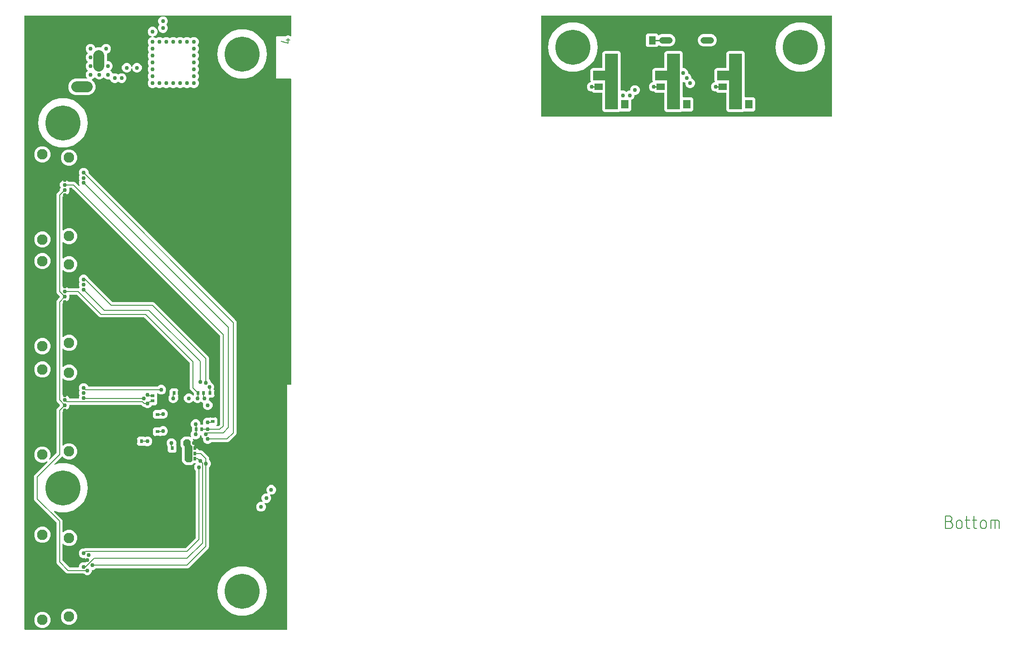
<source format=gbr>
G04 EAGLE Gerber RS-274X export*
G75*
%MOMM*%
%FSLAX34Y34*%
%LPD*%
%INBottom Copper*%
%IPPOS*%
%AMOC8*
5,1,8,0,0,1.08239X$1,22.5*%
G01*
%ADD10C,0.152400*%
%ADD11C,0.203200*%
%ADD12R,0.600000X0.700000*%
%ADD13R,0.700000X0.600000*%
%ADD14C,2.000000*%
%ADD15C,1.950000*%
%ADD16R,1.500000X1.300000*%
%ADD17R,1.300000X1.500000*%
%ADD18C,1.219200*%
%ADD19R,1.400000X1.600000*%
%ADD20C,6.451600*%
%ADD21C,0.756400*%
%ADD22C,0.295000*%

G36*
X488970Y5084D02*
X488970Y5084D01*
X488989Y5082D01*
X489091Y5104D01*
X489193Y5120D01*
X489210Y5130D01*
X489230Y5134D01*
X489319Y5187D01*
X489410Y5236D01*
X489424Y5250D01*
X489441Y5260D01*
X489508Y5339D01*
X489580Y5414D01*
X489588Y5432D01*
X489601Y5447D01*
X489640Y5543D01*
X489683Y5637D01*
X489685Y5657D01*
X489693Y5675D01*
X489711Y5842D01*
X489711Y456439D01*
X495808Y456439D01*
X495828Y456442D01*
X495847Y456440D01*
X495949Y456462D01*
X496051Y456478D01*
X496068Y456488D01*
X496088Y456492D01*
X496177Y456545D01*
X496268Y456594D01*
X496282Y456608D01*
X496299Y456618D01*
X496366Y456697D01*
X496438Y456772D01*
X496446Y456790D01*
X496459Y456805D01*
X496498Y456901D01*
X496541Y456995D01*
X496543Y457015D01*
X496551Y457033D01*
X496569Y457200D01*
X496569Y1020826D01*
X496566Y1020846D01*
X496568Y1020865D01*
X496546Y1020967D01*
X496530Y1021069D01*
X496520Y1021086D01*
X496516Y1021106D01*
X496463Y1021195D01*
X496414Y1021286D01*
X496400Y1021300D01*
X496390Y1021317D01*
X496311Y1021384D01*
X496236Y1021456D01*
X496218Y1021464D01*
X496203Y1021477D01*
X496107Y1021516D01*
X496013Y1021559D01*
X495993Y1021561D01*
X495975Y1021569D01*
X495808Y1021587D01*
X469584Y1021587D01*
X469137Y1022034D01*
X469137Y1098866D01*
X469584Y1099313D01*
X486017Y1099313D01*
X486107Y1099327D01*
X486198Y1099335D01*
X486228Y1099347D01*
X486260Y1099352D01*
X486340Y1099395D01*
X486424Y1099431D01*
X486456Y1099457D01*
X486477Y1099468D01*
X486499Y1099491D01*
X486555Y1099536D01*
X487616Y1100596D01*
X489763Y1101486D01*
X492088Y1101486D01*
X494235Y1100596D01*
X495270Y1099562D01*
X495328Y1099520D01*
X495380Y1099471D01*
X495427Y1099449D01*
X495469Y1099418D01*
X495538Y1099397D01*
X495603Y1099367D01*
X495655Y1099361D01*
X495705Y1099346D01*
X495776Y1099348D01*
X495847Y1099340D01*
X495898Y1099351D01*
X495950Y1099352D01*
X496018Y1099377D01*
X496088Y1099392D01*
X496133Y1099419D01*
X496181Y1099437D01*
X496237Y1099482D01*
X496299Y1099518D01*
X496333Y1099558D01*
X496373Y1099590D01*
X496412Y1099651D01*
X496459Y1099705D01*
X496478Y1099754D01*
X496506Y1099797D01*
X496524Y1099867D01*
X496551Y1099933D01*
X496559Y1100005D01*
X496567Y1100036D01*
X496565Y1100059D01*
X496569Y1100100D01*
X496569Y1137158D01*
X496566Y1137178D01*
X496568Y1137197D01*
X496546Y1137299D01*
X496530Y1137401D01*
X496520Y1137418D01*
X496516Y1137438D01*
X496463Y1137527D01*
X496414Y1137618D01*
X496400Y1137632D01*
X496390Y1137649D01*
X496311Y1137716D01*
X496236Y1137788D01*
X496218Y1137796D01*
X496203Y1137809D01*
X496107Y1137848D01*
X496013Y1137891D01*
X495993Y1137893D01*
X495975Y1137901D01*
X495808Y1137919D01*
X5842Y1137919D01*
X5822Y1137916D01*
X5803Y1137918D01*
X5701Y1137896D01*
X5599Y1137880D01*
X5582Y1137870D01*
X5562Y1137866D01*
X5473Y1137813D01*
X5382Y1137764D01*
X5368Y1137750D01*
X5351Y1137740D01*
X5284Y1137661D01*
X5212Y1137586D01*
X5204Y1137568D01*
X5191Y1137553D01*
X5152Y1137457D01*
X5109Y1137363D01*
X5107Y1137343D01*
X5099Y1137325D01*
X5081Y1137158D01*
X5081Y5842D01*
X5084Y5822D01*
X5082Y5803D01*
X5104Y5701D01*
X5120Y5599D01*
X5130Y5582D01*
X5134Y5562D01*
X5187Y5473D01*
X5236Y5382D01*
X5250Y5368D01*
X5260Y5351D01*
X5339Y5284D01*
X5414Y5212D01*
X5432Y5204D01*
X5447Y5191D01*
X5543Y5152D01*
X5637Y5109D01*
X5657Y5107D01*
X5675Y5099D01*
X5842Y5081D01*
X488950Y5081D01*
X488970Y5084D01*
G37*
%LPC*%
G36*
X118887Y105437D02*
X118887Y105437D01*
X115630Y106787D01*
X114182Y108234D01*
X114108Y108287D01*
X114038Y108347D01*
X114008Y108359D01*
X113982Y108378D01*
X113895Y108405D01*
X113810Y108439D01*
X113769Y108443D01*
X113747Y108450D01*
X113715Y108449D01*
X113644Y108457D01*
X84563Y108457D01*
X82415Y109347D01*
X80665Y111097D01*
X66647Y125115D01*
X64897Y126865D01*
X64007Y129013D01*
X64007Y202238D01*
X64000Y202283D01*
X64000Y202284D01*
X63999Y202288D01*
X63993Y202328D01*
X63985Y202419D01*
X63973Y202449D01*
X63968Y202481D01*
X63950Y202514D01*
X63948Y202524D01*
X63923Y202565D01*
X63889Y202646D01*
X63863Y202678D01*
X63852Y202698D01*
X63832Y202718D01*
X63822Y202735D01*
X63808Y202747D01*
X63784Y202777D01*
X23495Y243066D01*
X22605Y245213D01*
X22605Y288187D01*
X23495Y290334D01*
X47152Y313991D01*
X47208Y314070D01*
X47270Y314145D01*
X47280Y314169D01*
X47295Y314190D01*
X47324Y314283D01*
X47359Y314374D01*
X47360Y314400D01*
X47367Y314425D01*
X47365Y314523D01*
X47369Y314620D01*
X47362Y314645D01*
X47361Y314671D01*
X47328Y314763D01*
X47300Y314856D01*
X47286Y314878D01*
X47277Y314902D01*
X47216Y314978D01*
X47160Y315058D01*
X47139Y315074D01*
X47123Y315094D01*
X47041Y315147D01*
X46963Y315205D01*
X46938Y315213D01*
X46916Y315227D01*
X46822Y315251D01*
X46729Y315281D01*
X46703Y315281D01*
X46677Y315287D01*
X46581Y315280D01*
X46483Y315279D01*
X46452Y315270D01*
X46432Y315268D01*
X46402Y315255D01*
X46322Y315232D01*
X41100Y313069D01*
X35200Y313069D01*
X29749Y315327D01*
X25577Y319499D01*
X23319Y324950D01*
X23319Y330850D01*
X25577Y336301D01*
X29749Y340473D01*
X35200Y342731D01*
X41100Y342731D01*
X46551Y340473D01*
X50723Y336301D01*
X52981Y330850D01*
X52981Y324950D01*
X50818Y319728D01*
X50809Y319692D01*
X50805Y319682D01*
X50802Y319663D01*
X50795Y319633D01*
X50767Y319540D01*
X50768Y319514D01*
X50762Y319489D01*
X50771Y319392D01*
X50773Y319294D01*
X50782Y319270D01*
X50785Y319244D01*
X50824Y319155D01*
X50858Y319063D01*
X50874Y319043D01*
X50885Y319019D01*
X50951Y318947D01*
X51011Y318871D01*
X51033Y318857D01*
X51051Y318838D01*
X51136Y318791D01*
X51218Y318738D01*
X51244Y318732D01*
X51267Y318719D01*
X51363Y318702D01*
X51457Y318678D01*
X51483Y318680D01*
X51509Y318676D01*
X51605Y318690D01*
X51702Y318697D01*
X51726Y318708D01*
X51752Y318711D01*
X51839Y318756D01*
X51928Y318794D01*
X51954Y318814D01*
X51971Y318823D01*
X51994Y318847D01*
X52059Y318898D01*
X63784Y330623D01*
X63837Y330697D01*
X63897Y330767D01*
X63909Y330797D01*
X63928Y330823D01*
X63955Y330910D01*
X63989Y330995D01*
X63993Y331036D01*
X64000Y331058D01*
X63999Y331090D01*
X64007Y331162D01*
X64007Y410737D01*
X64897Y412885D01*
X66647Y414635D01*
X70289Y418277D01*
X70342Y418351D01*
X70402Y418421D01*
X70414Y418451D01*
X70433Y418477D01*
X70460Y418564D01*
X70494Y418649D01*
X70498Y418690D01*
X70505Y418712D01*
X70504Y418744D01*
X70512Y418815D01*
X70512Y419385D01*
X70498Y419475D01*
X70490Y419566D01*
X70478Y419595D01*
X70473Y419627D01*
X70430Y419708D01*
X70394Y419792D01*
X70368Y419824D01*
X70357Y419845D01*
X70334Y419867D01*
X70289Y419923D01*
X66647Y423565D01*
X64897Y425315D01*
X64007Y427463D01*
X64007Y610762D01*
X64897Y612910D01*
X66647Y614660D01*
X70289Y618302D01*
X70342Y618376D01*
X70402Y618446D01*
X70414Y618476D01*
X70433Y618502D01*
X70460Y618589D01*
X70494Y618674D01*
X70498Y618715D01*
X70505Y618737D01*
X70504Y618769D01*
X70512Y618840D01*
X70512Y619410D01*
X70509Y619429D01*
X70511Y619449D01*
X70496Y619519D01*
X70490Y619591D01*
X70478Y619620D01*
X70473Y619652D01*
X70463Y619670D01*
X70459Y619689D01*
X70422Y619751D01*
X70394Y619817D01*
X70368Y619849D01*
X70357Y619870D01*
X70343Y619884D01*
X70333Y619900D01*
X70315Y619915D01*
X70289Y619948D01*
X64897Y625340D01*
X64007Y627488D01*
X64007Y807612D01*
X64897Y809760D01*
X66647Y811510D01*
X70289Y815152D01*
X70342Y815226D01*
X70402Y815296D01*
X70414Y815326D01*
X70433Y815352D01*
X70460Y815439D01*
X70494Y815524D01*
X70498Y815565D01*
X70505Y815587D01*
X70504Y815619D01*
X70512Y815690D01*
X70512Y817738D01*
X71634Y820446D01*
X71655Y820535D01*
X71683Y820622D01*
X71683Y820654D01*
X71690Y820686D01*
X71682Y820776D01*
X71681Y820868D01*
X71669Y820907D01*
X71667Y820931D01*
X71654Y820960D01*
X71634Y821029D01*
X70512Y823737D01*
X70512Y827263D01*
X71862Y830520D01*
X74355Y833013D01*
X77612Y834363D01*
X81138Y834363D01*
X84395Y833013D01*
X85843Y831566D01*
X85917Y831513D01*
X85987Y831453D01*
X86017Y831441D01*
X86043Y831422D01*
X86130Y831395D01*
X86215Y831361D01*
X86256Y831357D01*
X86278Y831350D01*
X86310Y831351D01*
X86381Y831343D01*
X96412Y831343D01*
X98560Y830453D01*
X105411Y823601D01*
X105491Y823545D01*
X105566Y823483D01*
X105590Y823473D01*
X105611Y823458D01*
X105704Y823429D01*
X105795Y823394D01*
X105821Y823393D01*
X105846Y823386D01*
X105944Y823388D01*
X106041Y823384D01*
X106066Y823391D01*
X106092Y823392D01*
X106184Y823425D01*
X106277Y823452D01*
X106299Y823467D01*
X106323Y823476D01*
X106399Y823537D01*
X106479Y823593D01*
X106495Y823614D01*
X106515Y823630D01*
X106568Y823712D01*
X106626Y823790D01*
X106634Y823815D01*
X106648Y823837D01*
X106672Y823931D01*
X106702Y824024D01*
X106702Y824050D01*
X106708Y824075D01*
X106701Y824172D01*
X106700Y824270D01*
X106691Y824301D01*
X106689Y824321D01*
X106676Y824351D01*
X106653Y824431D01*
X105437Y827366D01*
X105437Y830892D01*
X106465Y833373D01*
X106486Y833462D01*
X106514Y833549D01*
X106514Y833581D01*
X106521Y833613D01*
X106513Y833703D01*
X106512Y833795D01*
X106500Y833834D01*
X106498Y833858D01*
X106485Y833887D01*
X106465Y833956D01*
X105437Y836437D01*
X105437Y839963D01*
X106559Y842671D01*
X106580Y842760D01*
X106608Y842847D01*
X106608Y842879D01*
X106615Y842911D01*
X106607Y843001D01*
X106606Y843093D01*
X106594Y843132D01*
X106592Y843156D01*
X106579Y843185D01*
X106559Y843254D01*
X105437Y845962D01*
X105437Y849488D01*
X106787Y852745D01*
X109280Y855238D01*
X112537Y856588D01*
X116063Y856588D01*
X119320Y855238D01*
X121813Y852745D01*
X123163Y849488D01*
X123163Y847440D01*
X123177Y847350D01*
X123185Y847259D01*
X123197Y847230D01*
X123202Y847198D01*
X123245Y847117D01*
X123281Y847033D01*
X123307Y847001D01*
X123318Y846980D01*
X123341Y846958D01*
X123386Y846902D01*
X395478Y574810D01*
X396368Y572662D01*
X396368Y367138D01*
X395478Y364990D01*
X382096Y351608D01*
X379948Y350718D01*
X349906Y350718D01*
X349816Y350704D01*
X349725Y350696D01*
X349696Y350684D01*
X349664Y350679D01*
X349583Y350636D01*
X349499Y350600D01*
X349467Y350574D01*
X349446Y350563D01*
X349424Y350540D01*
X349368Y350495D01*
X347920Y349048D01*
X344663Y347698D01*
X341137Y347698D01*
X337880Y349048D01*
X335387Y351541D01*
X334037Y354798D01*
X334037Y357964D01*
X334023Y358054D01*
X334015Y358145D01*
X334003Y358174D01*
X333998Y358206D01*
X333955Y358287D01*
X333919Y358371D01*
X333893Y358403D01*
X333882Y358424D01*
X333859Y358446D01*
X333814Y358502D01*
X332212Y360105D01*
X330903Y363263D01*
X330865Y363324D01*
X330836Y363389D01*
X330801Y363428D01*
X330774Y363472D01*
X330718Y363518D01*
X330670Y363571D01*
X330624Y363596D01*
X330584Y363629D01*
X330517Y363655D01*
X330454Y363689D01*
X330403Y363698D01*
X330355Y363717D01*
X330283Y363720D01*
X330212Y363733D01*
X330161Y363725D01*
X330109Y363728D01*
X330040Y363708D01*
X329969Y363697D01*
X329923Y363673D01*
X329873Y363659D01*
X329814Y363618D01*
X329750Y363586D01*
X329713Y363548D01*
X329671Y363519D01*
X329628Y363461D01*
X329578Y363410D01*
X329543Y363347D01*
X329524Y363321D01*
X329517Y363299D01*
X329497Y363263D01*
X328188Y360105D01*
X325695Y357612D01*
X322438Y356262D01*
X318912Y356262D01*
X316752Y357157D01*
X316657Y357179D01*
X316564Y357208D01*
X316538Y357207D01*
X316513Y357213D01*
X316416Y357204D01*
X316318Y357202D01*
X316294Y357193D01*
X316268Y357190D01*
X316179Y357151D01*
X316087Y357117D01*
X316067Y357101D01*
X316043Y357090D01*
X315971Y357024D01*
X315895Y356963D01*
X315881Y356941D01*
X315862Y356924D01*
X315815Y356838D01*
X315762Y356756D01*
X315756Y356731D01*
X315743Y356708D01*
X315726Y356612D01*
X315702Y356518D01*
X315704Y356492D01*
X315700Y356466D01*
X315714Y356370D01*
X315721Y356273D01*
X315732Y356249D01*
X315735Y356223D01*
X315780Y356136D01*
X315818Y356046D01*
X315838Y356021D01*
X315847Y356004D01*
X315871Y355980D01*
X315922Y355915D01*
X316103Y355735D01*
X316993Y353587D01*
X316993Y348810D01*
X317007Y348720D01*
X317015Y348629D01*
X317027Y348600D01*
X317032Y348568D01*
X317075Y348487D01*
X317111Y348403D01*
X317137Y348371D01*
X317148Y348350D01*
X317171Y348328D01*
X317216Y348272D01*
X319278Y346210D01*
X320168Y344062D01*
X320168Y339542D01*
X320171Y339522D01*
X320169Y339503D01*
X320191Y339401D01*
X320207Y339299D01*
X320217Y339282D01*
X320221Y339262D01*
X320274Y339173D01*
X320323Y339082D01*
X320337Y339068D01*
X320347Y339051D01*
X320426Y338984D01*
X320501Y338912D01*
X320519Y338904D01*
X320534Y338891D01*
X320630Y338852D01*
X320724Y338809D01*
X320744Y338807D01*
X320762Y338799D01*
X320929Y338781D01*
X324430Y338781D01*
X326945Y336266D01*
X327018Y336213D01*
X327088Y336153D01*
X327118Y336141D01*
X327144Y336122D01*
X327231Y336095D01*
X327316Y336061D01*
X327357Y336057D01*
X327379Y336050D01*
X327412Y336051D01*
X327483Y336043D01*
X331362Y336043D01*
X333510Y335153D01*
X344678Y323985D01*
X345568Y321837D01*
X345568Y318156D01*
X345582Y318066D01*
X345590Y317975D01*
X345602Y317946D01*
X345607Y317914D01*
X345650Y317833D01*
X345686Y317749D01*
X345712Y317717D01*
X345723Y317696D01*
X345746Y317674D01*
X345791Y317618D01*
X347238Y316170D01*
X348588Y312913D01*
X348588Y309387D01*
X347238Y306130D01*
X345791Y304682D01*
X345738Y304608D01*
X345678Y304538D01*
X345666Y304508D01*
X345647Y304482D01*
X345620Y304395D01*
X345586Y304310D01*
X345582Y304269D01*
X345575Y304247D01*
X345576Y304215D01*
X345568Y304144D01*
X345568Y157588D01*
X344678Y155440D01*
X308110Y118872D01*
X305962Y117982D01*
X137181Y117982D01*
X137091Y117968D01*
X137000Y117960D01*
X136971Y117948D01*
X136939Y117943D01*
X136858Y117900D01*
X136774Y117864D01*
X136742Y117838D01*
X136721Y117827D01*
X136699Y117804D01*
X136643Y117759D01*
X135195Y116312D01*
X131938Y114962D01*
X130274Y114962D01*
X130254Y114959D01*
X130235Y114961D01*
X130133Y114939D01*
X130031Y114923D01*
X130014Y114913D01*
X129994Y114909D01*
X129905Y114856D01*
X129814Y114807D01*
X129800Y114793D01*
X129783Y114783D01*
X129716Y114704D01*
X129644Y114629D01*
X129636Y114611D01*
X129623Y114596D01*
X129584Y114500D01*
X129541Y114406D01*
X129539Y114386D01*
X129531Y114368D01*
X129513Y114201D01*
X129513Y112537D01*
X128163Y109280D01*
X125670Y106787D01*
X122413Y105437D01*
X118887Y105437D01*
G37*
%LPD*%
G36*
X104696Y120146D02*
X104696Y120146D01*
X104715Y120144D01*
X104817Y120166D01*
X104919Y120182D01*
X104936Y120192D01*
X104956Y120196D01*
X105045Y120249D01*
X105136Y120298D01*
X105150Y120312D01*
X105167Y120322D01*
X105234Y120401D01*
X105306Y120476D01*
X105314Y120494D01*
X105327Y120509D01*
X105366Y120605D01*
X105409Y120699D01*
X105411Y120719D01*
X105419Y120737D01*
X105437Y120904D01*
X105437Y122413D01*
X106787Y125670D01*
X109280Y128163D01*
X112537Y129513D01*
X116063Y129513D01*
X117016Y129118D01*
X117129Y129091D01*
X117243Y129063D01*
X117249Y129063D01*
X117255Y129062D01*
X117372Y129073D01*
X117488Y129082D01*
X117494Y129084D01*
X117500Y129085D01*
X117608Y129133D01*
X117714Y129178D01*
X117720Y129183D01*
X117725Y129185D01*
X117738Y129198D01*
X117845Y129283D01*
X121619Y133057D01*
X121646Y133094D01*
X121679Y133125D01*
X121717Y133193D01*
X121762Y133256D01*
X121776Y133300D01*
X121798Y133340D01*
X121812Y133417D01*
X121835Y133491D01*
X121833Y133537D01*
X121842Y133583D01*
X121830Y133660D01*
X121828Y133737D01*
X121813Y133780D01*
X121806Y133826D01*
X121771Y133895D01*
X121744Y133968D01*
X121715Y134004D01*
X121694Y134045D01*
X121639Y134100D01*
X121590Y134160D01*
X121552Y134185D01*
X121519Y134217D01*
X121399Y134283D01*
X121383Y134293D01*
X121378Y134295D01*
X121372Y134298D01*
X118805Y135362D01*
X117070Y137096D01*
X116976Y137164D01*
X116882Y137234D01*
X116876Y137236D01*
X116871Y137239D01*
X116760Y137274D01*
X116648Y137310D01*
X116641Y137310D01*
X116635Y137312D01*
X116519Y137309D01*
X116402Y137308D01*
X116395Y137306D01*
X116390Y137305D01*
X116372Y137299D01*
X116241Y137261D01*
X116063Y137187D01*
X112537Y137187D01*
X109280Y138537D01*
X106787Y141030D01*
X105437Y144287D01*
X105437Y147813D01*
X106787Y151070D01*
X109280Y153563D01*
X112537Y154913D01*
X115787Y154913D01*
X115852Y154923D01*
X115917Y154924D01*
X115997Y154947D01*
X116030Y154952D01*
X116047Y154962D01*
X116079Y154971D01*
X116313Y155068D01*
X302065Y155068D01*
X302155Y155082D01*
X302246Y155090D01*
X302275Y155102D01*
X302307Y155107D01*
X302388Y155150D01*
X302472Y155186D01*
X302504Y155212D01*
X302525Y155223D01*
X302547Y155246D01*
X302603Y155291D01*
X320959Y173647D01*
X321012Y173721D01*
X321072Y173791D01*
X321084Y173821D01*
X321103Y173847D01*
X321130Y173934D01*
X321164Y174019D01*
X321168Y174060D01*
X321175Y174082D01*
X321174Y174114D01*
X321182Y174185D01*
X321182Y297794D01*
X321168Y297884D01*
X321160Y297975D01*
X321148Y298004D01*
X321143Y298036D01*
X321100Y298117D01*
X321064Y298201D01*
X321038Y298233D01*
X321027Y298254D01*
X321004Y298276D01*
X320959Y298332D01*
X319512Y299780D01*
X318162Y303037D01*
X318162Y306563D01*
X319512Y309820D01*
X320486Y310795D01*
X320528Y310853D01*
X320577Y310905D01*
X320599Y310952D01*
X320629Y310994D01*
X320651Y311063D01*
X320681Y311128D01*
X320687Y311180D01*
X320702Y311230D01*
X320700Y311301D01*
X320708Y311372D01*
X320697Y311423D01*
X320695Y311475D01*
X320671Y311543D01*
X320656Y311613D01*
X320629Y311658D01*
X320611Y311706D01*
X320566Y311762D01*
X320529Y311824D01*
X320490Y311858D01*
X320457Y311898D01*
X320397Y311937D01*
X320343Y311984D01*
X320294Y312003D01*
X320250Y312031D01*
X320181Y312049D01*
X320114Y312076D01*
X320043Y312084D01*
X320012Y312092D01*
X319989Y312090D01*
X319948Y312094D01*
X317497Y312094D01*
X317407Y312080D01*
X317316Y312072D01*
X317287Y312060D01*
X317255Y312055D01*
X317174Y312012D01*
X317090Y311976D01*
X317058Y311950D01*
X317037Y311939D01*
X317015Y311916D01*
X316959Y311871D01*
X316210Y311122D01*
X314460Y309372D01*
X312312Y308482D01*
X303638Y308482D01*
X301490Y309372D01*
X296672Y314190D01*
X295782Y316338D01*
X295782Y340165D01*
X295768Y340255D01*
X295760Y340346D01*
X295748Y340375D01*
X295743Y340407D01*
X295700Y340488D01*
X295664Y340572D01*
X295638Y340604D01*
X295627Y340625D01*
X295604Y340647D01*
X295559Y340703D01*
X293497Y342765D01*
X292607Y344913D01*
X292607Y353587D01*
X293497Y355735D01*
X298315Y360553D01*
X300463Y361443D01*
X309137Y361443D01*
X311285Y360553D01*
X311465Y360372D01*
X311544Y360316D01*
X311620Y360254D01*
X311644Y360244D01*
X311665Y360229D01*
X311758Y360200D01*
X311849Y360165D01*
X311875Y360164D01*
X311900Y360157D01*
X311998Y360159D01*
X312095Y360155D01*
X312120Y360162D01*
X312146Y360163D01*
X312238Y360196D01*
X312331Y360223D01*
X312353Y360238D01*
X312377Y360247D01*
X312453Y360308D01*
X312533Y360364D01*
X312549Y360385D01*
X312569Y360401D01*
X312622Y360483D01*
X312680Y360561D01*
X312688Y360586D01*
X312702Y360608D01*
X312726Y360702D01*
X312756Y360795D01*
X312756Y360821D01*
X312762Y360847D01*
X312755Y360943D01*
X312754Y361041D01*
X312745Y361072D01*
X312743Y361092D01*
X312730Y361122D01*
X312707Y361202D01*
X311812Y363362D01*
X311812Y366888D01*
X313162Y370145D01*
X313721Y370705D01*
X313763Y370764D01*
X313811Y370814D01*
X313819Y370831D01*
X313834Y370849D01*
X313846Y370879D01*
X313865Y370905D01*
X313887Y370978D01*
X313915Y371037D01*
X313917Y371054D01*
X313926Y371077D01*
X313930Y371118D01*
X313937Y371140D01*
X313936Y371172D01*
X313944Y371243D01*
X313944Y378057D01*
X313930Y378147D01*
X313922Y378238D01*
X313910Y378267D01*
X313905Y378299D01*
X313862Y378380D01*
X313826Y378464D01*
X313800Y378496D01*
X313789Y378517D01*
X313766Y378539D01*
X313721Y378595D01*
X313162Y379155D01*
X311812Y382412D01*
X311812Y385938D01*
X313162Y389195D01*
X315655Y391688D01*
X318912Y393038D01*
X322438Y393038D01*
X325695Y391688D01*
X328188Y389195D01*
X329538Y385938D01*
X329538Y383992D01*
X329541Y383972D01*
X329539Y383953D01*
X329561Y383851D01*
X329577Y383749D01*
X329587Y383732D01*
X329591Y383712D01*
X329644Y383623D01*
X329693Y383532D01*
X329707Y383518D01*
X329717Y383501D01*
X329796Y383434D01*
X329871Y383362D01*
X329889Y383354D01*
X329904Y383341D01*
X330000Y383302D01*
X330094Y383259D01*
X330114Y383257D01*
X330132Y383249D01*
X330299Y383231D01*
X333874Y383231D01*
X333919Y383238D01*
X333965Y383236D01*
X334040Y383258D01*
X334117Y383270D01*
X334157Y383292D01*
X334201Y383305D01*
X334265Y383349D01*
X334334Y383386D01*
X334366Y383419D01*
X334403Y383445D01*
X334450Y383508D01*
X334504Y383564D01*
X334523Y383606D01*
X334550Y383642D01*
X334574Y383716D01*
X334607Y383787D01*
X334612Y383833D01*
X334626Y383876D01*
X334626Y383954D01*
X334634Y384031D01*
X334624Y384076D01*
X334624Y384122D01*
X334586Y384254D01*
X334582Y384272D01*
X334579Y384276D01*
X334577Y384283D01*
X334037Y385587D01*
X334037Y389113D01*
X335387Y392370D01*
X337880Y394863D01*
X341137Y396213D01*
X344663Y396213D01*
X345317Y395942D01*
X345430Y395915D01*
X345544Y395887D01*
X345550Y395887D01*
X345556Y395886D01*
X345673Y395897D01*
X345789Y395906D01*
X345795Y395908D01*
X345801Y395909D01*
X345909Y395956D01*
X346016Y396002D01*
X346021Y396007D01*
X346026Y396009D01*
X346040Y396021D01*
X346147Y396107D01*
X346820Y396781D01*
X358030Y396781D01*
X361006Y393805D01*
X361006Y383595D01*
X359202Y381792D01*
X359161Y381734D01*
X359111Y381682D01*
X359089Y381635D01*
X359059Y381593D01*
X359038Y381524D01*
X359008Y381459D01*
X359002Y381407D01*
X358987Y381357D01*
X358988Y381286D01*
X358981Y381215D01*
X358992Y381164D01*
X358993Y381112D01*
X359018Y381044D01*
X359033Y380974D01*
X359060Y380929D01*
X359077Y380881D01*
X359122Y380825D01*
X359159Y380763D01*
X359199Y380729D01*
X359231Y380689D01*
X359291Y380650D01*
X359346Y380603D01*
X359394Y380584D01*
X359438Y380556D01*
X359507Y380538D01*
X359574Y380511D01*
X359645Y380503D01*
X359677Y380495D01*
X359700Y380497D01*
X359741Y380493D01*
X362390Y380493D01*
X362480Y380507D01*
X362571Y380515D01*
X362600Y380527D01*
X362632Y380532D01*
X362713Y380575D01*
X362797Y380611D01*
X362829Y380637D01*
X362850Y380648D01*
X362872Y380671D01*
X362928Y380716D01*
X365409Y383197D01*
X365462Y383271D01*
X365522Y383341D01*
X365534Y383371D01*
X365553Y383397D01*
X365580Y383484D01*
X365614Y383569D01*
X365618Y383610D01*
X365625Y383632D01*
X365624Y383664D01*
X365632Y383735D01*
X365632Y546540D01*
X365618Y546630D01*
X365610Y546721D01*
X365598Y546750D01*
X365593Y546782D01*
X365550Y546863D01*
X365514Y546947D01*
X365488Y546979D01*
X365477Y547000D01*
X365454Y547022D01*
X365409Y547078D01*
X93053Y819434D01*
X92979Y819487D01*
X92909Y819547D01*
X92879Y819559D01*
X92853Y819578D01*
X92766Y819605D01*
X92681Y819639D01*
X92640Y819643D01*
X92618Y819650D01*
X92586Y819649D01*
X92515Y819657D01*
X88582Y819657D01*
X88537Y819650D01*
X88491Y819652D01*
X88416Y819630D01*
X88339Y819618D01*
X88299Y819596D01*
X88255Y819583D01*
X88191Y819539D01*
X88122Y819502D01*
X88090Y819469D01*
X88053Y819443D01*
X88006Y819381D01*
X87952Y819324D01*
X87933Y819282D01*
X87906Y819246D01*
X87882Y819172D01*
X87849Y819101D01*
X87844Y819055D01*
X87830Y819012D01*
X87830Y818934D01*
X87822Y818857D01*
X87832Y818812D01*
X87832Y818766D01*
X87870Y818634D01*
X87874Y818616D01*
X87877Y818612D01*
X87879Y818605D01*
X88238Y817738D01*
X88238Y814212D01*
X86888Y810955D01*
X84395Y808462D01*
X81138Y807112D01*
X79090Y807112D01*
X79000Y807098D01*
X78909Y807090D01*
X78880Y807078D01*
X78848Y807073D01*
X78767Y807030D01*
X78683Y806994D01*
X78651Y806968D01*
X78630Y806957D01*
X78608Y806934D01*
X78552Y806889D01*
X75916Y804253D01*
X75863Y804179D01*
X75803Y804109D01*
X75791Y804079D01*
X75772Y804053D01*
X75745Y803966D01*
X75711Y803881D01*
X75707Y803840D01*
X75700Y803818D01*
X75701Y803786D01*
X75693Y803715D01*
X75693Y742129D01*
X75704Y742059D01*
X75706Y741987D01*
X75724Y741938D01*
X75732Y741887D01*
X75766Y741823D01*
X75791Y741756D01*
X75823Y741715D01*
X75848Y741669D01*
X75900Y741620D01*
X75944Y741564D01*
X75988Y741536D01*
X76026Y741500D01*
X76091Y741470D01*
X76151Y741431D01*
X76202Y741418D01*
X76249Y741396D01*
X76320Y741388D01*
X76390Y741371D01*
X76442Y741375D01*
X76493Y741369D01*
X76564Y741384D01*
X76635Y741390D01*
X76683Y741410D01*
X76734Y741421D01*
X76795Y741458D01*
X76861Y741486D01*
X76917Y741531D01*
X76945Y741548D01*
X76960Y741565D01*
X76992Y741591D01*
X78749Y743348D01*
X84200Y745606D01*
X90100Y745606D01*
X95551Y743348D01*
X99723Y739176D01*
X101981Y733725D01*
X101981Y727825D01*
X99723Y722374D01*
X95551Y718202D01*
X90100Y715944D01*
X84200Y715944D01*
X78749Y718202D01*
X76992Y719959D01*
X76934Y720001D01*
X76882Y720050D01*
X76835Y720072D01*
X76793Y720102D01*
X76724Y720124D01*
X76659Y720154D01*
X76607Y720159D01*
X76557Y720175D01*
X76486Y720173D01*
X76415Y720181D01*
X76364Y720170D01*
X76312Y720168D01*
X76244Y720144D01*
X76174Y720129D01*
X76129Y720102D01*
X76081Y720084D01*
X76025Y720039D01*
X75963Y720002D01*
X75929Y719963D01*
X75889Y719930D01*
X75850Y719870D01*
X75803Y719816D01*
X75784Y719767D01*
X75756Y719723D01*
X75738Y719654D01*
X75711Y719587D01*
X75703Y719516D01*
X75695Y719485D01*
X75697Y719462D01*
X75693Y719421D01*
X75693Y690279D01*
X75704Y690209D01*
X75706Y690137D01*
X75724Y690088D01*
X75732Y690037D01*
X75766Y689973D01*
X75791Y689906D01*
X75823Y689865D01*
X75848Y689819D01*
X75900Y689770D01*
X75944Y689714D01*
X75988Y689686D01*
X76026Y689650D01*
X76091Y689620D01*
X76151Y689581D01*
X76202Y689568D01*
X76249Y689546D01*
X76320Y689538D01*
X76390Y689521D01*
X76442Y689525D01*
X76493Y689519D01*
X76564Y689534D01*
X76635Y689540D01*
X76683Y689560D01*
X76734Y689571D01*
X76795Y689608D01*
X76861Y689636D01*
X76917Y689681D01*
X76945Y689698D01*
X76960Y689715D01*
X76992Y689741D01*
X78749Y691498D01*
X84200Y693756D01*
X90100Y693756D01*
X95551Y691498D01*
X99723Y687326D01*
X101981Y681875D01*
X101981Y675975D01*
X99723Y670524D01*
X95551Y666352D01*
X90100Y664094D01*
X84200Y664094D01*
X78749Y666352D01*
X76992Y668109D01*
X76934Y668151D01*
X76882Y668200D01*
X76835Y668222D01*
X76793Y668252D01*
X76724Y668274D01*
X76659Y668304D01*
X76607Y668309D01*
X76557Y668325D01*
X76486Y668323D01*
X76415Y668331D01*
X76364Y668320D01*
X76312Y668318D01*
X76244Y668294D01*
X76174Y668279D01*
X76129Y668252D01*
X76081Y668234D01*
X76025Y668189D01*
X75963Y668152D01*
X75929Y668113D01*
X75889Y668080D01*
X75850Y668020D01*
X75803Y667966D01*
X75784Y667917D01*
X75756Y667873D01*
X75738Y667804D01*
X75711Y667737D01*
X75703Y667666D01*
X75695Y667635D01*
X75697Y667612D01*
X75693Y667571D01*
X75693Y637857D01*
X75700Y637812D01*
X75698Y637766D01*
X75720Y637691D01*
X75732Y637614D01*
X75754Y637574D01*
X75767Y637530D01*
X75811Y637466D01*
X75848Y637397D01*
X75881Y637365D01*
X75907Y637328D01*
X75969Y637281D01*
X76026Y637227D01*
X76068Y637208D01*
X76104Y637181D01*
X76178Y637157D01*
X76249Y637124D01*
X76295Y637119D01*
X76338Y637105D01*
X76416Y637105D01*
X76493Y637097D01*
X76538Y637107D01*
X76584Y637107D01*
X76716Y637145D01*
X76734Y637149D01*
X76738Y637152D01*
X76745Y637154D01*
X77612Y637513D01*
X81138Y637513D01*
X84395Y636163D01*
X85843Y634716D01*
X85917Y634663D01*
X85987Y634603D01*
X86017Y634591D01*
X86043Y634572D01*
X86130Y634545D01*
X86215Y634511D01*
X86256Y634507D01*
X86278Y634500D01*
X86310Y634501D01*
X86381Y634493D01*
X105115Y634493D01*
X105230Y634512D01*
X105346Y634529D01*
X105352Y634531D01*
X105358Y634532D01*
X105461Y634587D01*
X105566Y634640D01*
X105570Y634645D01*
X105575Y634648D01*
X105655Y634732D01*
X105738Y634816D01*
X105741Y634822D01*
X105745Y634826D01*
X105753Y634843D01*
X105819Y634963D01*
X106465Y636523D01*
X106486Y636612D01*
X106514Y636699D01*
X106514Y636731D01*
X106521Y636763D01*
X106513Y636853D01*
X106512Y636945D01*
X106500Y636984D01*
X106498Y637008D01*
X106485Y637037D01*
X106465Y637106D01*
X105437Y639587D01*
X105437Y643113D01*
X106559Y645821D01*
X106580Y645910D01*
X106608Y645997D01*
X106608Y646029D01*
X106615Y646061D01*
X106607Y646151D01*
X106606Y646243D01*
X106594Y646282D01*
X106592Y646306D01*
X106579Y646335D01*
X106559Y646404D01*
X105437Y649112D01*
X105437Y652638D01*
X106787Y655895D01*
X109280Y658388D01*
X112537Y659738D01*
X116063Y659738D01*
X119320Y658388D01*
X121813Y655895D01*
X122530Y654164D01*
X122565Y654109D01*
X122591Y654048D01*
X122643Y653983D01*
X122660Y653955D01*
X122675Y653943D01*
X122695Y653917D01*
X167297Y609316D01*
X167371Y609263D01*
X167441Y609203D01*
X167471Y609191D01*
X167497Y609172D01*
X167584Y609145D01*
X167669Y609111D01*
X167710Y609107D01*
X167732Y609100D01*
X167764Y609101D01*
X167835Y609093D01*
X242462Y609093D01*
X244610Y608203D01*
X344678Y508135D01*
X345568Y505987D01*
X345568Y467381D01*
X345582Y467291D01*
X345590Y467200D01*
X345602Y467171D01*
X345607Y467139D01*
X345650Y467058D01*
X345686Y466974D01*
X345712Y466942D01*
X345723Y466921D01*
X345746Y466899D01*
X345791Y466843D01*
X347238Y465395D01*
X348588Y462138D01*
X348588Y461584D01*
X348607Y461469D01*
X348624Y461353D01*
X348626Y461347D01*
X348627Y461341D01*
X348682Y461237D01*
X348735Y461133D01*
X348740Y461129D01*
X348743Y461123D01*
X348827Y461044D01*
X348911Y460961D01*
X348917Y460958D01*
X348921Y460954D01*
X348938Y460946D01*
X349058Y460880D01*
X350841Y460141D01*
X353334Y457648D01*
X354684Y454391D01*
X354684Y450865D01*
X353966Y449133D01*
X353958Y449099D01*
X353956Y449094D01*
X353955Y449086D01*
X353940Y449020D01*
X353911Y448906D01*
X353912Y448900D01*
X353910Y448894D01*
X353921Y448777D01*
X353930Y448661D01*
X353933Y448655D01*
X353933Y448649D01*
X353981Y448542D01*
X354027Y448435D01*
X354031Y448429D01*
X354033Y448424D01*
X354046Y448411D01*
X354131Y448304D01*
X355506Y446930D01*
X355506Y435720D01*
X352530Y432744D01*
X346174Y432744D01*
X346154Y432741D01*
X346135Y432743D01*
X346033Y432721D01*
X345931Y432705D01*
X345914Y432695D01*
X345894Y432691D01*
X345805Y432638D01*
X345714Y432589D01*
X345700Y432575D01*
X345683Y432565D01*
X345616Y432486D01*
X345544Y432411D01*
X345536Y432393D01*
X345523Y432378D01*
X345484Y432282D01*
X345441Y432188D01*
X345439Y432168D01*
X345431Y432150D01*
X345413Y431983D01*
X345413Y430037D01*
X344861Y428705D01*
X344856Y428685D01*
X344847Y428668D01*
X344828Y428566D01*
X344805Y428465D01*
X344807Y428445D01*
X344803Y428426D01*
X344818Y428323D01*
X344828Y428220D01*
X344836Y428202D01*
X344839Y428182D01*
X344886Y428090D01*
X344928Y427996D01*
X344941Y427981D01*
X344950Y427963D01*
X345024Y427891D01*
X345094Y427815D01*
X345112Y427805D01*
X345126Y427791D01*
X345273Y427710D01*
X347920Y426613D01*
X350413Y424120D01*
X351763Y420863D01*
X351763Y417337D01*
X350413Y414080D01*
X347920Y411587D01*
X344663Y410237D01*
X341137Y410237D01*
X337880Y411587D01*
X335387Y414080D01*
X334037Y417337D01*
X334037Y420863D01*
X334589Y422195D01*
X334594Y422215D01*
X334603Y422232D01*
X334622Y422334D01*
X334645Y422435D01*
X334643Y422455D01*
X334647Y422474D01*
X334632Y422577D01*
X334622Y422680D01*
X334614Y422698D01*
X334611Y422718D01*
X334564Y422810D01*
X334522Y422904D01*
X334509Y422919D01*
X334500Y422937D01*
X334426Y423009D01*
X334356Y423085D01*
X334338Y423095D01*
X334324Y423109D01*
X334177Y423190D01*
X331530Y424287D01*
X330738Y425078D01*
X330722Y425090D01*
X330710Y425105D01*
X330642Y425148D01*
X330605Y425180D01*
X330584Y425189D01*
X330539Y425221D01*
X330520Y425227D01*
X330503Y425238D01*
X330402Y425263D01*
X330388Y425268D01*
X330377Y425272D01*
X330372Y425273D01*
X330303Y425294D01*
X330284Y425293D01*
X330264Y425298D01*
X330161Y425290D01*
X330058Y425287D01*
X330039Y425281D01*
X330019Y425279D01*
X329957Y425253D01*
X329947Y425251D01*
X329923Y425238D01*
X329827Y425203D01*
X329811Y425191D01*
X329793Y425183D01*
X329743Y425143D01*
X329730Y425136D01*
X329716Y425121D01*
X329662Y425078D01*
X328870Y424287D01*
X325613Y422937D01*
X322087Y422937D01*
X318830Y424287D01*
X316451Y426665D01*
X316435Y426677D01*
X316422Y426693D01*
X316335Y426749D01*
X316251Y426809D01*
X316232Y426815D01*
X316215Y426826D01*
X316115Y426851D01*
X316016Y426881D01*
X315996Y426881D01*
X315977Y426886D01*
X315874Y426878D01*
X315770Y426875D01*
X315751Y426868D01*
X315731Y426867D01*
X315637Y426826D01*
X315539Y426791D01*
X315523Y426778D01*
X315505Y426770D01*
X315374Y426665D01*
X312995Y424287D01*
X309738Y422937D01*
X306212Y422937D01*
X302955Y424287D01*
X300462Y426780D01*
X299112Y430037D01*
X299112Y433563D01*
X300462Y436820D01*
X302955Y439313D01*
X306212Y440663D01*
X309738Y440663D01*
X312995Y439313D01*
X315374Y436935D01*
X315390Y436923D01*
X315403Y436907D01*
X315490Y436851D01*
X315574Y436791D01*
X315593Y436785D01*
X315610Y436774D01*
X315710Y436749D01*
X315809Y436719D01*
X315829Y436719D01*
X315848Y436714D01*
X315951Y436722D01*
X316055Y436725D01*
X316074Y436732D01*
X316093Y436733D01*
X316188Y436774D01*
X316286Y436809D01*
X316302Y436822D01*
X316320Y436830D01*
X316451Y436935D01*
X316896Y437380D01*
X316949Y437454D01*
X317009Y437524D01*
X317021Y437554D01*
X317040Y437580D01*
X317067Y437667D01*
X317101Y437752D01*
X317105Y437793D01*
X317112Y437815D01*
X317111Y437847D01*
X317119Y437918D01*
X317119Y440828D01*
X317105Y440918D01*
X317097Y441009D01*
X317085Y441038D01*
X317080Y441070D01*
X317037Y441151D01*
X317001Y441235D01*
X316975Y441267D01*
X316964Y441288D01*
X316941Y441310D01*
X316896Y441366D01*
X311103Y447159D01*
X310213Y449307D01*
X310213Y496549D01*
X310199Y496639D01*
X310191Y496730D01*
X310179Y496759D01*
X310174Y496791D01*
X310131Y496872D01*
X310095Y496956D01*
X310069Y496988D01*
X310058Y497009D01*
X310035Y497031D01*
X309990Y497087D01*
X226403Y580674D01*
X226329Y580727D01*
X226259Y580787D01*
X226229Y580799D01*
X226203Y580818D01*
X226116Y580845D01*
X226031Y580879D01*
X225990Y580883D01*
X225968Y580890D01*
X225936Y580889D01*
X225865Y580897D01*
X145142Y580897D01*
X142994Y581787D01*
X102197Y622584D01*
X102123Y622637D01*
X102053Y622697D01*
X102023Y622709D01*
X101997Y622728D01*
X101910Y622755D01*
X101825Y622789D01*
X101784Y622793D01*
X101762Y622800D01*
X101730Y622799D01*
X101659Y622807D01*
X88582Y622807D01*
X88537Y622800D01*
X88491Y622802D01*
X88416Y622780D01*
X88339Y622768D01*
X88299Y622746D01*
X88255Y622733D01*
X88191Y622689D01*
X88122Y622652D01*
X88090Y622619D01*
X88053Y622593D01*
X88006Y622531D01*
X87952Y622474D01*
X87933Y622432D01*
X87906Y622396D01*
X87882Y622322D01*
X87849Y622251D01*
X87844Y622205D01*
X87830Y622162D01*
X87830Y622084D01*
X87822Y622007D01*
X87832Y621962D01*
X87832Y621916D01*
X87870Y621784D01*
X87874Y621766D01*
X87877Y621762D01*
X87879Y621755D01*
X88238Y620888D01*
X88238Y617362D01*
X86888Y614105D01*
X84395Y611612D01*
X81138Y610262D01*
X79090Y610262D01*
X79000Y610248D01*
X78909Y610240D01*
X78880Y610228D01*
X78848Y610223D01*
X78767Y610180D01*
X78683Y610144D01*
X78651Y610118D01*
X78630Y610107D01*
X78608Y610084D01*
X78552Y610039D01*
X75916Y607403D01*
X75863Y607329D01*
X75803Y607259D01*
X75791Y607229D01*
X75772Y607203D01*
X75745Y607116D01*
X75711Y607031D01*
X75707Y606990D01*
X75700Y606968D01*
X75701Y606936D01*
X75693Y606865D01*
X75693Y545279D01*
X75704Y545209D01*
X75706Y545137D01*
X75724Y545088D01*
X75732Y545037D01*
X75766Y544973D01*
X75791Y544906D01*
X75823Y544865D01*
X75848Y544819D01*
X75900Y544770D01*
X75944Y544714D01*
X75988Y544686D01*
X76026Y544650D01*
X76091Y544620D01*
X76151Y544581D01*
X76202Y544568D01*
X76249Y544546D01*
X76320Y544538D01*
X76390Y544521D01*
X76442Y544525D01*
X76493Y544519D01*
X76564Y544534D01*
X76635Y544540D01*
X76683Y544560D01*
X76734Y544571D01*
X76795Y544608D01*
X76861Y544636D01*
X76917Y544681D01*
X76945Y544698D01*
X76960Y544715D01*
X76992Y544741D01*
X78749Y546498D01*
X84200Y548756D01*
X90100Y548756D01*
X95551Y546498D01*
X99723Y542326D01*
X101981Y536875D01*
X101981Y530975D01*
X99723Y525524D01*
X95551Y521352D01*
X90100Y519094D01*
X84200Y519094D01*
X78749Y521352D01*
X76992Y523109D01*
X76934Y523151D01*
X76882Y523200D01*
X76835Y523222D01*
X76793Y523252D01*
X76724Y523274D01*
X76659Y523304D01*
X76607Y523309D01*
X76557Y523325D01*
X76486Y523323D01*
X76415Y523331D01*
X76364Y523320D01*
X76312Y523318D01*
X76244Y523294D01*
X76174Y523279D01*
X76129Y523252D01*
X76081Y523234D01*
X76025Y523189D01*
X75963Y523152D01*
X75929Y523113D01*
X75889Y523080D01*
X75850Y523020D01*
X75803Y522966D01*
X75784Y522917D01*
X75756Y522873D01*
X75738Y522804D01*
X75711Y522737D01*
X75703Y522666D01*
X75695Y522635D01*
X75697Y522612D01*
X75693Y522571D01*
X75693Y490254D01*
X75704Y490184D01*
X75706Y490112D01*
X75724Y490063D01*
X75732Y490012D01*
X75766Y489948D01*
X75791Y489881D01*
X75823Y489840D01*
X75848Y489794D01*
X75900Y489745D01*
X75944Y489689D01*
X75988Y489661D01*
X76026Y489625D01*
X76091Y489595D01*
X76151Y489556D01*
X76202Y489543D01*
X76249Y489521D01*
X76320Y489513D01*
X76390Y489496D01*
X76442Y489500D01*
X76493Y489494D01*
X76564Y489509D01*
X76635Y489515D01*
X76683Y489535D01*
X76734Y489546D01*
X76795Y489583D01*
X76861Y489611D01*
X76917Y489656D01*
X76945Y489673D01*
X76960Y489690D01*
X76992Y489716D01*
X78749Y491473D01*
X84200Y493731D01*
X90100Y493731D01*
X95551Y491473D01*
X99723Y487301D01*
X101981Y481850D01*
X101981Y475950D01*
X99723Y470499D01*
X95551Y466327D01*
X90100Y464069D01*
X84200Y464069D01*
X78749Y466327D01*
X76992Y468084D01*
X76934Y468126D01*
X76882Y468175D01*
X76835Y468197D01*
X76793Y468227D01*
X76724Y468249D01*
X76659Y468279D01*
X76607Y468284D01*
X76557Y468300D01*
X76486Y468298D01*
X76415Y468306D01*
X76364Y468295D01*
X76312Y468293D01*
X76244Y468269D01*
X76174Y468254D01*
X76129Y468227D01*
X76081Y468209D01*
X76025Y468164D01*
X75963Y468127D01*
X75929Y468088D01*
X75889Y468055D01*
X75850Y467995D01*
X75803Y467941D01*
X75784Y467892D01*
X75756Y467848D01*
X75738Y467779D01*
X75711Y467712D01*
X75703Y467641D01*
X75695Y467610D01*
X75697Y467587D01*
X75693Y467546D01*
X75693Y437832D01*
X75700Y437787D01*
X75698Y437741D01*
X75720Y437666D01*
X75732Y437589D01*
X75754Y437549D01*
X75767Y437505D01*
X75811Y437441D01*
X75848Y437372D01*
X75881Y437340D01*
X75907Y437303D01*
X75969Y437256D01*
X76026Y437202D01*
X76068Y437183D01*
X76104Y437156D01*
X76178Y437132D01*
X76249Y437099D01*
X76295Y437094D01*
X76338Y437080D01*
X76416Y437080D01*
X76493Y437072D01*
X76538Y437082D01*
X76584Y437082D01*
X76716Y437120D01*
X76734Y437124D01*
X76738Y437127D01*
X76745Y437129D01*
X77612Y437488D01*
X81138Y437488D01*
X84395Y436138D01*
X86888Y433645D01*
X87668Y431763D01*
X87730Y431663D01*
X87790Y431563D01*
X87795Y431559D01*
X87798Y431554D01*
X87888Y431479D01*
X87977Y431403D01*
X87983Y431401D01*
X87987Y431397D01*
X88096Y431355D01*
X88205Y431311D01*
X88212Y431310D01*
X88217Y431309D01*
X88235Y431308D01*
X88372Y431293D01*
X104676Y431293D01*
X104696Y431296D01*
X104715Y431294D01*
X104817Y431316D01*
X104919Y431332D01*
X104936Y431342D01*
X104956Y431346D01*
X105045Y431399D01*
X105136Y431448D01*
X105150Y431462D01*
X105167Y431472D01*
X105234Y431551D01*
X105306Y431626D01*
X105314Y431644D01*
X105327Y431659D01*
X105366Y431755D01*
X105409Y431849D01*
X105411Y431869D01*
X105419Y431887D01*
X105437Y432054D01*
X105437Y434017D01*
X106465Y436498D01*
X106486Y436587D01*
X106514Y436674D01*
X106514Y436706D01*
X106521Y436738D01*
X106513Y436828D01*
X106512Y436920D01*
X106500Y436959D01*
X106498Y436983D01*
X106485Y437012D01*
X106465Y437081D01*
X105437Y439562D01*
X105437Y443088D01*
X106559Y445796D01*
X106580Y445885D01*
X106608Y445972D01*
X106608Y446004D01*
X106615Y446036D01*
X106607Y446126D01*
X106606Y446218D01*
X106594Y446257D01*
X106592Y446281D01*
X106579Y446310D01*
X106559Y446379D01*
X105437Y449087D01*
X105437Y452613D01*
X106787Y455870D01*
X109280Y458363D01*
X112537Y459713D01*
X116063Y459713D01*
X119320Y458363D01*
X121813Y455870D01*
X122593Y453988D01*
X122655Y453888D01*
X122715Y453788D01*
X122720Y453784D01*
X122723Y453779D01*
X122813Y453704D01*
X122902Y453628D01*
X122908Y453626D01*
X122912Y453622D01*
X123021Y453580D01*
X123130Y453536D01*
X123137Y453535D01*
X123142Y453534D01*
X123160Y453533D01*
X123297Y453518D01*
X250169Y453518D01*
X250259Y453532D01*
X250350Y453540D01*
X250379Y453552D01*
X250411Y453557D01*
X250492Y453600D01*
X250576Y453636D01*
X250608Y453662D01*
X250629Y453673D01*
X250651Y453696D01*
X250707Y453741D01*
X252155Y455188D01*
X255412Y456538D01*
X258938Y456538D01*
X262195Y455188D01*
X264688Y452695D01*
X266038Y449438D01*
X266038Y445912D01*
X264688Y442655D01*
X262195Y440162D01*
X258938Y438812D01*
X255412Y438812D01*
X252155Y440162D01*
X251180Y441136D01*
X251122Y441178D01*
X251070Y441227D01*
X251023Y441249D01*
X250981Y441279D01*
X250912Y441301D01*
X250847Y441331D01*
X250795Y441337D01*
X250745Y441352D01*
X250674Y441350D01*
X250603Y441358D01*
X250552Y441347D01*
X250500Y441345D01*
X250432Y441321D01*
X250362Y441306D01*
X250317Y441279D01*
X250269Y441261D01*
X250213Y441216D01*
X250151Y441179D01*
X250117Y441140D01*
X250077Y441107D01*
X250038Y441047D01*
X249991Y440993D01*
X249972Y440944D01*
X249944Y440900D01*
X249926Y440831D01*
X249899Y440764D01*
X249891Y440693D01*
X249883Y440662D01*
X249885Y440639D01*
X249881Y440598D01*
X249881Y421695D01*
X246905Y418719D01*
X240493Y418719D01*
X240378Y418700D01*
X240262Y418683D01*
X240257Y418681D01*
X240250Y418680D01*
X240148Y418625D01*
X240043Y418572D01*
X240039Y418567D01*
X240033Y418564D01*
X239953Y418480D01*
X239871Y418396D01*
X239867Y418390D01*
X239864Y418386D01*
X239856Y418369D01*
X239790Y418249D01*
X239441Y417407D01*
X236948Y414914D01*
X233691Y413565D01*
X230165Y413565D01*
X226907Y414914D01*
X225460Y416362D01*
X225386Y416415D01*
X225316Y416474D01*
X225286Y416487D01*
X225260Y416505D01*
X225173Y416532D01*
X225088Y416566D01*
X225047Y416571D01*
X225025Y416578D01*
X224993Y416577D01*
X224921Y416585D01*
X224415Y416585D01*
X222268Y417474D01*
X220358Y419384D01*
X220284Y419437D01*
X220215Y419497D01*
X220185Y419509D01*
X220158Y419528D01*
X220071Y419555D01*
X219987Y419589D01*
X219946Y419593D01*
X219923Y419600D01*
X219891Y419599D01*
X219820Y419607D01*
X88999Y419607D01*
X88979Y419604D01*
X88960Y419606D01*
X88858Y419584D01*
X88756Y419568D01*
X88739Y419558D01*
X88719Y419554D01*
X88630Y419501D01*
X88539Y419452D01*
X88525Y419438D01*
X88508Y419428D01*
X88441Y419349D01*
X88369Y419274D01*
X88361Y419256D01*
X88348Y419241D01*
X88309Y419145D01*
X88266Y419051D01*
X88264Y419031D01*
X88256Y419013D01*
X88238Y418846D01*
X88238Y417337D01*
X86888Y414080D01*
X84395Y411587D01*
X81138Y410237D01*
X79090Y410237D01*
X79000Y410223D01*
X78909Y410215D01*
X78880Y410203D01*
X78848Y410198D01*
X78767Y410155D01*
X78683Y410119D01*
X78651Y410093D01*
X78630Y410082D01*
X78608Y410059D01*
X78552Y410014D01*
X75916Y407378D01*
X75863Y407304D01*
X75803Y407234D01*
X75791Y407204D01*
X75772Y407178D01*
X75745Y407091D01*
X75711Y407006D01*
X75707Y406965D01*
X75700Y406943D01*
X75701Y406911D01*
X75693Y406840D01*
X75693Y345254D01*
X75704Y345184D01*
X75706Y345112D01*
X75724Y345063D01*
X75732Y345012D01*
X75766Y344948D01*
X75791Y344881D01*
X75823Y344840D01*
X75848Y344794D01*
X75900Y344745D01*
X75944Y344689D01*
X75988Y344661D01*
X76026Y344625D01*
X76091Y344595D01*
X76151Y344556D01*
X76202Y344543D01*
X76249Y344521D01*
X76320Y344513D01*
X76390Y344496D01*
X76442Y344500D01*
X76493Y344494D01*
X76564Y344509D01*
X76635Y344515D01*
X76683Y344535D01*
X76734Y344546D01*
X76795Y344583D01*
X76861Y344611D01*
X76917Y344656D01*
X76945Y344673D01*
X76960Y344690D01*
X76992Y344716D01*
X78749Y346473D01*
X84200Y348731D01*
X90100Y348731D01*
X95551Y346473D01*
X99723Y342301D01*
X101981Y336850D01*
X101981Y330950D01*
X99723Y325499D01*
X95551Y321327D01*
X90100Y319069D01*
X84200Y319069D01*
X78749Y321327D01*
X75420Y324657D01*
X75403Y324668D01*
X75391Y324684D01*
X75304Y324740D01*
X75220Y324800D01*
X75201Y324806D01*
X75184Y324817D01*
X75084Y324842D01*
X74985Y324872D01*
X74965Y324872D01*
X74946Y324877D01*
X74843Y324869D01*
X74739Y324866D01*
X74720Y324859D01*
X74700Y324858D01*
X74606Y324817D01*
X74508Y324782D01*
X74492Y324769D01*
X74474Y324761D01*
X74343Y324657D01*
X60393Y310706D01*
X60359Y310660D01*
X60319Y310620D01*
X60288Y310561D01*
X60249Y310506D01*
X60232Y310452D01*
X60206Y310401D01*
X60196Y310335D01*
X60177Y310271D01*
X60178Y310214D01*
X60170Y310158D01*
X60181Y310092D01*
X60183Y310025D01*
X60203Y309972D01*
X60213Y309916D01*
X60245Y309857D01*
X60268Y309794D01*
X60303Y309750D01*
X60330Y309700D01*
X60379Y309655D01*
X60421Y309602D01*
X60469Y309572D01*
X60511Y309533D01*
X60572Y309506D01*
X60628Y309469D01*
X60683Y309455D01*
X60735Y309432D01*
X60802Y309426D01*
X60867Y309409D01*
X60923Y309414D01*
X60980Y309408D01*
X61081Y309426D01*
X61112Y309428D01*
X61124Y309434D01*
X61145Y309437D01*
X69694Y311948D01*
X82706Y311948D01*
X95190Y308282D01*
X106136Y301247D01*
X114656Y291414D01*
X120061Y279579D01*
X121913Y266700D01*
X120061Y253821D01*
X114656Y241986D01*
X106136Y232153D01*
X95190Y225118D01*
X82706Y221452D01*
X69694Y221452D01*
X61145Y223963D01*
X61089Y223970D01*
X61034Y223986D01*
X60968Y223985D01*
X60901Y223993D01*
X60845Y223981D01*
X60788Y223980D01*
X60726Y223957D01*
X60660Y223944D01*
X60611Y223915D01*
X60557Y223896D01*
X60505Y223854D01*
X60448Y223820D01*
X60410Y223777D01*
X60365Y223742D01*
X60329Y223686D01*
X60285Y223635D01*
X60263Y223583D01*
X60232Y223535D01*
X60216Y223470D01*
X60190Y223409D01*
X60186Y223352D01*
X60172Y223296D01*
X60178Y223230D01*
X60173Y223163D01*
X60187Y223108D01*
X60192Y223051D01*
X60218Y222990D01*
X60234Y222925D01*
X60266Y222877D01*
X60288Y222825D01*
X60352Y222745D01*
X60369Y222719D01*
X60379Y222711D01*
X60393Y222694D01*
X74803Y208283D01*
X75693Y206136D01*
X75693Y185454D01*
X75704Y185384D01*
X75706Y185312D01*
X75724Y185263D01*
X75732Y185212D01*
X75766Y185148D01*
X75791Y185081D01*
X75823Y185040D01*
X75848Y184994D01*
X75900Y184945D01*
X75944Y184889D01*
X75988Y184861D01*
X76026Y184825D01*
X76091Y184795D01*
X76151Y184756D01*
X76202Y184743D01*
X76249Y184721D01*
X76320Y184713D01*
X76390Y184696D01*
X76442Y184700D01*
X76493Y184694D01*
X76564Y184709D01*
X76635Y184715D01*
X76683Y184735D01*
X76734Y184746D01*
X76795Y184783D01*
X76861Y184811D01*
X76917Y184856D01*
X76945Y184873D01*
X76960Y184890D01*
X76992Y184916D01*
X78749Y186673D01*
X84200Y188931D01*
X90100Y188931D01*
X95551Y186673D01*
X99723Y182501D01*
X101981Y177050D01*
X101981Y171150D01*
X99723Y165699D01*
X95551Y161527D01*
X90100Y159269D01*
X84200Y159269D01*
X78749Y161527D01*
X76992Y163284D01*
X76934Y163326D01*
X76882Y163375D01*
X76835Y163397D01*
X76793Y163427D01*
X76724Y163449D01*
X76659Y163479D01*
X76607Y163484D01*
X76557Y163500D01*
X76486Y163498D01*
X76415Y163506D01*
X76364Y163495D01*
X76312Y163493D01*
X76244Y163469D01*
X76174Y163454D01*
X76129Y163427D01*
X76081Y163409D01*
X76025Y163364D01*
X75963Y163327D01*
X75929Y163288D01*
X75889Y163255D01*
X75850Y163195D01*
X75803Y163141D01*
X75784Y163092D01*
X75756Y163048D01*
X75738Y162979D01*
X75711Y162912D01*
X75703Y162841D01*
X75695Y162810D01*
X75697Y162787D01*
X75693Y162746D01*
X75693Y132910D01*
X75707Y132820D01*
X75715Y132729D01*
X75727Y132700D01*
X75732Y132668D01*
X75775Y132587D01*
X75811Y132503D01*
X75837Y132471D01*
X75848Y132450D01*
X75871Y132428D01*
X75916Y132372D01*
X87922Y120366D01*
X87996Y120313D01*
X88066Y120253D01*
X88096Y120241D01*
X88122Y120222D01*
X88209Y120195D01*
X88294Y120161D01*
X88335Y120157D01*
X88357Y120150D01*
X88389Y120151D01*
X88460Y120143D01*
X104676Y120143D01*
X104696Y120146D01*
G37*
G36*
X1492778Y951361D02*
X1492778Y951361D01*
X1492797Y951359D01*
X1492899Y951381D01*
X1493001Y951398D01*
X1493018Y951407D01*
X1493038Y951411D01*
X1493127Y951464D01*
X1493218Y951513D01*
X1493232Y951527D01*
X1493249Y951537D01*
X1493316Y951616D01*
X1493388Y951691D01*
X1493396Y951709D01*
X1493409Y951724D01*
X1493448Y951820D01*
X1493491Y951914D01*
X1493493Y951934D01*
X1493501Y951952D01*
X1493519Y952119D01*
X1493519Y1137158D01*
X1493516Y1137178D01*
X1493518Y1137197D01*
X1493496Y1137299D01*
X1493480Y1137401D01*
X1493470Y1137418D01*
X1493466Y1137438D01*
X1493413Y1137527D01*
X1493364Y1137618D01*
X1493350Y1137632D01*
X1493340Y1137649D01*
X1493261Y1137716D01*
X1493186Y1137788D01*
X1493168Y1137796D01*
X1493153Y1137809D01*
X1493057Y1137848D01*
X1492963Y1137891D01*
X1492943Y1137893D01*
X1492925Y1137901D01*
X1492758Y1137919D01*
X958342Y1137919D01*
X958322Y1137916D01*
X958303Y1137918D01*
X958201Y1137896D01*
X958099Y1137880D01*
X958082Y1137870D01*
X958062Y1137866D01*
X957973Y1137813D01*
X957882Y1137764D01*
X957868Y1137750D01*
X957851Y1137740D01*
X957784Y1137661D01*
X957712Y1137586D01*
X957704Y1137568D01*
X957691Y1137553D01*
X957652Y1137457D01*
X957609Y1137363D01*
X957607Y1137343D01*
X957599Y1137325D01*
X957581Y1137158D01*
X957581Y952119D01*
X957584Y952099D01*
X957582Y952080D01*
X957604Y951978D01*
X957620Y951876D01*
X957630Y951859D01*
X957634Y951839D01*
X957687Y951750D01*
X957736Y951659D01*
X957750Y951645D01*
X957760Y951628D01*
X957839Y951561D01*
X957914Y951490D01*
X957932Y951481D01*
X957947Y951468D01*
X958043Y951429D01*
X958137Y951386D01*
X958157Y951384D01*
X958175Y951376D01*
X958342Y951358D01*
X1492758Y951358D01*
X1492778Y951361D01*
G37*
%LPC*%
G36*
X239537Y1003962D02*
X239537Y1003962D01*
X236280Y1005312D01*
X233787Y1007805D01*
X232437Y1011062D01*
X232437Y1014588D01*
X233787Y1017845D01*
X234578Y1018637D01*
X234590Y1018653D01*
X234605Y1018665D01*
X234661Y1018753D01*
X234721Y1018836D01*
X234727Y1018855D01*
X234738Y1018872D01*
X234763Y1018973D01*
X234794Y1019072D01*
X234793Y1019091D01*
X234798Y1019111D01*
X234790Y1019214D01*
X234787Y1019317D01*
X234781Y1019336D01*
X234779Y1019356D01*
X234739Y1019451D01*
X234703Y1019548D01*
X234690Y1019564D01*
X234683Y1019582D01*
X234578Y1019713D01*
X233787Y1020505D01*
X232437Y1023762D01*
X232437Y1027288D01*
X233787Y1030545D01*
X234578Y1031337D01*
X234590Y1031353D01*
X234605Y1031365D01*
X234661Y1031453D01*
X234721Y1031536D01*
X234727Y1031555D01*
X234738Y1031572D01*
X234763Y1031673D01*
X234794Y1031772D01*
X234793Y1031791D01*
X234798Y1031811D01*
X234790Y1031914D01*
X234787Y1032017D01*
X234781Y1032036D01*
X234779Y1032056D01*
X234739Y1032151D01*
X234703Y1032248D01*
X234690Y1032264D01*
X234683Y1032282D01*
X234578Y1032413D01*
X233787Y1033205D01*
X232437Y1036462D01*
X232437Y1039988D01*
X233787Y1043245D01*
X234578Y1044037D01*
X234590Y1044053D01*
X234605Y1044065D01*
X234661Y1044153D01*
X234721Y1044236D01*
X234727Y1044255D01*
X234738Y1044272D01*
X234763Y1044373D01*
X234794Y1044472D01*
X234793Y1044491D01*
X234798Y1044511D01*
X234790Y1044614D01*
X234787Y1044717D01*
X234781Y1044736D01*
X234779Y1044756D01*
X234739Y1044851D01*
X234703Y1044948D01*
X234690Y1044964D01*
X234683Y1044982D01*
X234578Y1045113D01*
X233787Y1045905D01*
X232437Y1049162D01*
X232437Y1052688D01*
X233787Y1055945D01*
X234578Y1056737D01*
X234590Y1056753D01*
X234605Y1056765D01*
X234661Y1056853D01*
X234721Y1056936D01*
X234727Y1056955D01*
X234738Y1056972D01*
X234763Y1057073D01*
X234794Y1057172D01*
X234793Y1057191D01*
X234798Y1057211D01*
X234790Y1057314D01*
X234787Y1057417D01*
X234781Y1057436D01*
X234779Y1057456D01*
X234739Y1057551D01*
X234703Y1057648D01*
X234690Y1057664D01*
X234683Y1057682D01*
X234578Y1057813D01*
X233787Y1058605D01*
X232437Y1061862D01*
X232437Y1065388D01*
X233787Y1068645D01*
X234578Y1069437D01*
X234590Y1069453D01*
X234605Y1069465D01*
X234661Y1069553D01*
X234721Y1069636D01*
X234727Y1069655D01*
X234738Y1069672D01*
X234763Y1069773D01*
X234794Y1069872D01*
X234793Y1069891D01*
X234798Y1069911D01*
X234790Y1070014D01*
X234787Y1070117D01*
X234781Y1070136D01*
X234779Y1070156D01*
X234739Y1070251D01*
X234703Y1070348D01*
X234690Y1070364D01*
X234683Y1070382D01*
X234578Y1070513D01*
X233787Y1071305D01*
X232437Y1074562D01*
X232437Y1078088D01*
X233787Y1081345D01*
X234578Y1082137D01*
X234590Y1082153D01*
X234605Y1082165D01*
X234661Y1082253D01*
X234721Y1082336D01*
X234727Y1082355D01*
X234738Y1082372D01*
X234763Y1082473D01*
X234794Y1082572D01*
X234793Y1082591D01*
X234798Y1082611D01*
X234790Y1082714D01*
X234787Y1082817D01*
X234781Y1082836D01*
X234779Y1082856D01*
X234739Y1082951D01*
X234703Y1083048D01*
X234690Y1083064D01*
X234683Y1083082D01*
X234578Y1083213D01*
X233787Y1084005D01*
X232437Y1087262D01*
X232437Y1090788D01*
X233787Y1094045D01*
X236280Y1096538D01*
X239438Y1097847D01*
X239499Y1097885D01*
X239564Y1097914D01*
X239603Y1097949D01*
X239647Y1097976D01*
X239693Y1098032D01*
X239746Y1098080D01*
X239771Y1098126D01*
X239804Y1098166D01*
X239830Y1098233D01*
X239864Y1098296D01*
X239873Y1098347D01*
X239892Y1098395D01*
X239895Y1098467D01*
X239908Y1098538D01*
X239900Y1098589D01*
X239903Y1098641D01*
X239883Y1098710D01*
X239872Y1098781D01*
X239848Y1098827D01*
X239834Y1098877D01*
X239793Y1098936D01*
X239761Y1099000D01*
X239723Y1099037D01*
X239694Y1099079D01*
X239636Y1099122D01*
X239585Y1099172D01*
X239522Y1099207D01*
X239496Y1099226D01*
X239474Y1099233D01*
X239438Y1099253D01*
X236280Y1100562D01*
X233787Y1103055D01*
X232437Y1106312D01*
X232437Y1109838D01*
X233787Y1113095D01*
X236280Y1115588D01*
X239537Y1116938D01*
X243063Y1116938D01*
X246320Y1115588D01*
X248813Y1113095D01*
X250163Y1109838D01*
X250163Y1106312D01*
X248813Y1103055D01*
X246320Y1100562D01*
X243162Y1099253D01*
X243101Y1099215D01*
X243036Y1099186D01*
X242997Y1099151D01*
X242953Y1099124D01*
X242907Y1099068D01*
X242854Y1099020D01*
X242829Y1098974D01*
X242796Y1098934D01*
X242770Y1098867D01*
X242736Y1098804D01*
X242727Y1098753D01*
X242708Y1098705D01*
X242705Y1098633D01*
X242692Y1098562D01*
X242700Y1098511D01*
X242697Y1098459D01*
X242717Y1098390D01*
X242728Y1098319D01*
X242752Y1098273D01*
X242766Y1098223D01*
X242807Y1098164D01*
X242839Y1098100D01*
X242877Y1098063D01*
X242906Y1098021D01*
X242964Y1097978D01*
X243015Y1097928D01*
X243078Y1097893D01*
X243104Y1097874D01*
X243126Y1097867D01*
X243162Y1097847D01*
X246320Y1096538D01*
X247112Y1095747D01*
X247128Y1095735D01*
X247140Y1095720D01*
X247228Y1095664D01*
X247311Y1095604D01*
X247330Y1095598D01*
X247347Y1095587D01*
X247448Y1095562D01*
X247547Y1095531D01*
X247566Y1095532D01*
X247586Y1095527D01*
X247689Y1095535D01*
X247792Y1095538D01*
X247811Y1095544D01*
X247831Y1095546D01*
X247926Y1095586D01*
X248023Y1095622D01*
X248039Y1095634D01*
X248057Y1095642D01*
X248188Y1095747D01*
X248980Y1096538D01*
X252237Y1097888D01*
X255763Y1097888D01*
X259020Y1096538D01*
X259812Y1095747D01*
X259828Y1095735D01*
X259840Y1095720D01*
X259928Y1095664D01*
X260011Y1095604D01*
X260030Y1095598D01*
X260047Y1095587D01*
X260148Y1095562D01*
X260247Y1095531D01*
X260266Y1095532D01*
X260286Y1095527D01*
X260389Y1095535D01*
X260492Y1095538D01*
X260511Y1095544D01*
X260531Y1095546D01*
X260626Y1095586D01*
X260723Y1095622D01*
X260739Y1095635D01*
X260757Y1095642D01*
X260888Y1095747D01*
X261680Y1096538D01*
X264937Y1097888D01*
X268463Y1097888D01*
X271720Y1096538D01*
X272512Y1095747D01*
X272528Y1095735D01*
X272540Y1095720D01*
X272628Y1095664D01*
X272711Y1095604D01*
X272730Y1095598D01*
X272747Y1095587D01*
X272848Y1095562D01*
X272947Y1095531D01*
X272966Y1095532D01*
X272986Y1095527D01*
X273089Y1095535D01*
X273192Y1095538D01*
X273211Y1095544D01*
X273231Y1095546D01*
X273326Y1095586D01*
X273423Y1095622D01*
X273439Y1095635D01*
X273457Y1095642D01*
X273588Y1095747D01*
X274380Y1096538D01*
X277637Y1097888D01*
X281163Y1097888D01*
X284420Y1096538D01*
X285212Y1095747D01*
X285228Y1095735D01*
X285240Y1095720D01*
X285328Y1095664D01*
X285411Y1095604D01*
X285430Y1095598D01*
X285447Y1095587D01*
X285548Y1095562D01*
X285647Y1095531D01*
X285666Y1095532D01*
X285686Y1095527D01*
X285789Y1095535D01*
X285892Y1095538D01*
X285911Y1095544D01*
X285931Y1095546D01*
X286026Y1095586D01*
X286123Y1095622D01*
X286139Y1095635D01*
X286157Y1095642D01*
X286288Y1095747D01*
X287080Y1096538D01*
X290337Y1097888D01*
X293863Y1097888D01*
X297120Y1096538D01*
X297912Y1095747D01*
X297928Y1095735D01*
X297940Y1095720D01*
X298028Y1095664D01*
X298111Y1095604D01*
X298130Y1095598D01*
X298147Y1095587D01*
X298248Y1095562D01*
X298347Y1095531D01*
X298366Y1095532D01*
X298386Y1095527D01*
X298489Y1095535D01*
X298592Y1095538D01*
X298611Y1095544D01*
X298631Y1095546D01*
X298726Y1095586D01*
X298823Y1095622D01*
X298839Y1095635D01*
X298857Y1095642D01*
X298988Y1095747D01*
X299780Y1096538D01*
X303037Y1097888D01*
X306563Y1097888D01*
X309820Y1096538D01*
X310612Y1095747D01*
X310628Y1095735D01*
X310640Y1095720D01*
X310728Y1095664D01*
X310811Y1095604D01*
X310830Y1095598D01*
X310847Y1095587D01*
X310948Y1095562D01*
X311047Y1095531D01*
X311066Y1095532D01*
X311086Y1095527D01*
X311189Y1095535D01*
X311292Y1095538D01*
X311311Y1095544D01*
X311331Y1095546D01*
X311426Y1095586D01*
X311523Y1095622D01*
X311539Y1095635D01*
X311557Y1095642D01*
X311688Y1095747D01*
X312480Y1096538D01*
X315737Y1097888D01*
X319263Y1097888D01*
X322520Y1096538D01*
X325013Y1094045D01*
X326363Y1090788D01*
X326363Y1087262D01*
X325013Y1084005D01*
X324222Y1083213D01*
X324210Y1083197D01*
X324195Y1083185D01*
X324139Y1083097D01*
X324079Y1083014D01*
X324073Y1082995D01*
X324062Y1082978D01*
X324037Y1082877D01*
X324006Y1082778D01*
X324007Y1082759D01*
X324002Y1082739D01*
X324010Y1082636D01*
X324013Y1082533D01*
X324019Y1082514D01*
X324021Y1082494D01*
X324061Y1082399D01*
X324097Y1082302D01*
X324110Y1082286D01*
X324117Y1082268D01*
X324222Y1082137D01*
X325013Y1081345D01*
X326363Y1078088D01*
X326363Y1074562D01*
X325013Y1071305D01*
X324222Y1070513D01*
X324210Y1070497D01*
X324195Y1070485D01*
X324139Y1070397D01*
X324079Y1070314D01*
X324073Y1070295D01*
X324062Y1070278D01*
X324037Y1070177D01*
X324006Y1070078D01*
X324007Y1070059D01*
X324002Y1070039D01*
X324010Y1069936D01*
X324013Y1069833D01*
X324019Y1069814D01*
X324021Y1069794D01*
X324061Y1069699D01*
X324097Y1069602D01*
X324110Y1069586D01*
X324117Y1069568D01*
X324222Y1069437D01*
X325013Y1068645D01*
X326363Y1065388D01*
X326363Y1061862D01*
X325013Y1058605D01*
X324222Y1057813D01*
X324210Y1057797D01*
X324195Y1057785D01*
X324139Y1057697D01*
X324079Y1057614D01*
X324073Y1057595D01*
X324062Y1057578D01*
X324037Y1057477D01*
X324006Y1057378D01*
X324007Y1057359D01*
X324002Y1057339D01*
X324010Y1057236D01*
X324013Y1057133D01*
X324019Y1057114D01*
X324021Y1057094D01*
X324061Y1056999D01*
X324097Y1056902D01*
X324110Y1056886D01*
X324117Y1056868D01*
X324222Y1056737D01*
X325013Y1055945D01*
X326363Y1052688D01*
X326363Y1049162D01*
X325013Y1045905D01*
X324222Y1045113D01*
X324210Y1045097D01*
X324195Y1045085D01*
X324139Y1044997D01*
X324079Y1044914D01*
X324073Y1044895D01*
X324062Y1044878D01*
X324037Y1044777D01*
X324006Y1044678D01*
X324007Y1044659D01*
X324002Y1044639D01*
X324010Y1044536D01*
X324013Y1044433D01*
X324019Y1044414D01*
X324021Y1044394D01*
X324061Y1044299D01*
X324097Y1044202D01*
X324110Y1044186D01*
X324117Y1044168D01*
X324222Y1044037D01*
X325013Y1043245D01*
X326363Y1039988D01*
X326363Y1036462D01*
X325013Y1033205D01*
X324222Y1032413D01*
X324210Y1032397D01*
X324195Y1032385D01*
X324139Y1032297D01*
X324079Y1032214D01*
X324073Y1032195D01*
X324062Y1032178D01*
X324037Y1032077D01*
X324006Y1031978D01*
X324007Y1031959D01*
X324002Y1031939D01*
X324010Y1031836D01*
X324013Y1031733D01*
X324019Y1031714D01*
X324021Y1031694D01*
X324061Y1031599D01*
X324097Y1031502D01*
X324110Y1031486D01*
X324117Y1031468D01*
X324222Y1031337D01*
X325013Y1030545D01*
X326363Y1027288D01*
X326363Y1023762D01*
X325013Y1020505D01*
X324222Y1019713D01*
X324210Y1019697D01*
X324195Y1019685D01*
X324139Y1019597D01*
X324079Y1019514D01*
X324073Y1019495D01*
X324062Y1019478D01*
X324037Y1019377D01*
X324006Y1019278D01*
X324007Y1019259D01*
X324002Y1019239D01*
X324010Y1019136D01*
X324013Y1019033D01*
X324019Y1019014D01*
X324021Y1018994D01*
X324061Y1018899D01*
X324097Y1018802D01*
X324110Y1018786D01*
X324117Y1018768D01*
X324222Y1018637D01*
X325013Y1017845D01*
X326363Y1014588D01*
X326363Y1011062D01*
X325013Y1007805D01*
X322520Y1005312D01*
X319263Y1003962D01*
X315737Y1003962D01*
X312480Y1005312D01*
X311688Y1006103D01*
X311672Y1006115D01*
X311660Y1006130D01*
X311572Y1006186D01*
X311489Y1006246D01*
X311470Y1006252D01*
X311453Y1006263D01*
X311352Y1006288D01*
X311253Y1006319D01*
X311234Y1006318D01*
X311214Y1006323D01*
X311111Y1006315D01*
X311008Y1006312D01*
X310989Y1006306D01*
X310969Y1006304D01*
X310874Y1006264D01*
X310777Y1006228D01*
X310761Y1006216D01*
X310743Y1006208D01*
X310612Y1006103D01*
X309820Y1005312D01*
X306563Y1003962D01*
X303037Y1003962D01*
X299780Y1005312D01*
X298988Y1006103D01*
X298972Y1006115D01*
X298960Y1006130D01*
X298872Y1006186D01*
X298789Y1006246D01*
X298770Y1006252D01*
X298753Y1006263D01*
X298652Y1006288D01*
X298553Y1006319D01*
X298534Y1006318D01*
X298514Y1006323D01*
X298411Y1006315D01*
X298308Y1006312D01*
X298289Y1006306D01*
X298269Y1006304D01*
X298174Y1006264D01*
X298077Y1006228D01*
X298061Y1006215D01*
X298043Y1006208D01*
X297912Y1006103D01*
X297120Y1005312D01*
X293863Y1003962D01*
X290337Y1003962D01*
X287080Y1005312D01*
X286288Y1006103D01*
X286272Y1006115D01*
X286260Y1006130D01*
X286172Y1006186D01*
X286089Y1006246D01*
X286070Y1006252D01*
X286053Y1006263D01*
X285952Y1006288D01*
X285853Y1006319D01*
X285834Y1006318D01*
X285814Y1006323D01*
X285711Y1006315D01*
X285608Y1006312D01*
X285589Y1006306D01*
X285569Y1006304D01*
X285474Y1006264D01*
X285377Y1006228D01*
X285361Y1006215D01*
X285343Y1006208D01*
X285212Y1006103D01*
X284420Y1005312D01*
X281163Y1003962D01*
X277637Y1003962D01*
X274380Y1005312D01*
X273588Y1006103D01*
X273572Y1006115D01*
X273560Y1006130D01*
X273472Y1006186D01*
X273389Y1006246D01*
X273370Y1006252D01*
X273353Y1006263D01*
X273252Y1006288D01*
X273153Y1006319D01*
X273134Y1006318D01*
X273114Y1006323D01*
X273011Y1006315D01*
X272908Y1006312D01*
X272889Y1006306D01*
X272869Y1006304D01*
X272774Y1006264D01*
X272677Y1006228D01*
X272661Y1006215D01*
X272643Y1006208D01*
X272512Y1006103D01*
X271720Y1005312D01*
X268463Y1003962D01*
X264937Y1003962D01*
X261680Y1005312D01*
X260888Y1006103D01*
X260872Y1006115D01*
X260860Y1006130D01*
X260772Y1006186D01*
X260689Y1006246D01*
X260670Y1006252D01*
X260653Y1006263D01*
X260552Y1006288D01*
X260453Y1006319D01*
X260434Y1006318D01*
X260414Y1006323D01*
X260311Y1006315D01*
X260208Y1006312D01*
X260189Y1006306D01*
X260169Y1006304D01*
X260074Y1006264D01*
X259977Y1006228D01*
X259961Y1006215D01*
X259943Y1006208D01*
X259812Y1006103D01*
X259020Y1005312D01*
X255763Y1003962D01*
X252237Y1003962D01*
X248980Y1005312D01*
X248188Y1006103D01*
X248172Y1006115D01*
X248160Y1006130D01*
X248072Y1006186D01*
X247989Y1006246D01*
X247970Y1006252D01*
X247953Y1006263D01*
X247852Y1006288D01*
X247753Y1006319D01*
X247734Y1006318D01*
X247714Y1006323D01*
X247611Y1006315D01*
X247508Y1006312D01*
X247489Y1006306D01*
X247469Y1006304D01*
X247374Y1006264D01*
X247277Y1006228D01*
X247261Y1006215D01*
X247243Y1006208D01*
X247112Y1006103D01*
X246320Y1005312D01*
X243063Y1003962D01*
X239537Y1003962D01*
G37*
%LPD*%
%LPC*%
G36*
X1009494Y1034252D02*
X1009494Y1034252D01*
X997010Y1037918D01*
X986064Y1044953D01*
X977544Y1054786D01*
X972139Y1066621D01*
X970287Y1079500D01*
X972139Y1092379D01*
X977544Y1104214D01*
X986064Y1114048D01*
X997010Y1121082D01*
X1009494Y1124748D01*
X1022506Y1124748D01*
X1034990Y1121082D01*
X1045936Y1114047D01*
X1054456Y1104214D01*
X1059861Y1092379D01*
X1061713Y1079500D01*
X1059861Y1066621D01*
X1054456Y1054786D01*
X1045936Y1044953D01*
X1034990Y1037918D01*
X1022506Y1034252D01*
X1009494Y1034252D01*
G37*
%LPD*%
%LPC*%
G36*
X399894Y1021552D02*
X399894Y1021552D01*
X387410Y1025218D01*
X376464Y1032253D01*
X367944Y1042086D01*
X362539Y1053921D01*
X360687Y1066800D01*
X362539Y1079679D01*
X367944Y1091514D01*
X376464Y1101347D01*
X387410Y1108382D01*
X399894Y1112048D01*
X412906Y1112048D01*
X425390Y1108382D01*
X436336Y1101347D01*
X444856Y1091514D01*
X450261Y1079679D01*
X452113Y1066800D01*
X450261Y1053921D01*
X444856Y1042086D01*
X436336Y1032253D01*
X425390Y1025218D01*
X412906Y1021552D01*
X399894Y1021552D01*
G37*
%LPD*%
%LPC*%
G36*
X69694Y894552D02*
X69694Y894552D01*
X57210Y898218D01*
X46264Y905253D01*
X37744Y915086D01*
X32339Y926921D01*
X30487Y939800D01*
X32339Y952679D01*
X37744Y964514D01*
X46264Y974347D01*
X57210Y981382D01*
X69694Y985048D01*
X82706Y985048D01*
X95190Y981382D01*
X106136Y974347D01*
X114656Y964514D01*
X120061Y952679D01*
X121913Y939800D01*
X120061Y926921D01*
X114656Y915086D01*
X106136Y905253D01*
X95190Y898218D01*
X82706Y894552D01*
X69694Y894552D01*
G37*
%LPD*%
%LPC*%
G36*
X399894Y30952D02*
X399894Y30952D01*
X387410Y34618D01*
X376464Y41653D01*
X367944Y51486D01*
X362539Y63321D01*
X360687Y76200D01*
X362539Y89079D01*
X367944Y100914D01*
X376464Y110747D01*
X387410Y117782D01*
X399894Y121448D01*
X412906Y121448D01*
X425390Y117782D01*
X436336Y110747D01*
X444856Y100914D01*
X450261Y89079D01*
X452113Y76200D01*
X450261Y63321D01*
X444856Y51486D01*
X436336Y41653D01*
X425390Y34618D01*
X412906Y30952D01*
X399894Y30952D01*
G37*
%LPD*%
%LPC*%
G36*
X1428594Y1034252D02*
X1428594Y1034252D01*
X1416110Y1037918D01*
X1405164Y1044953D01*
X1396644Y1054786D01*
X1391239Y1066621D01*
X1389387Y1079500D01*
X1391239Y1092379D01*
X1396644Y1104214D01*
X1405164Y1114047D01*
X1416110Y1121082D01*
X1428594Y1124748D01*
X1441606Y1124748D01*
X1454090Y1121082D01*
X1465036Y1114047D01*
X1473556Y1104214D01*
X1478961Y1092379D01*
X1480813Y1079500D01*
X1478961Y1066621D01*
X1473556Y1054786D01*
X1465036Y1044952D01*
X1454090Y1037918D01*
X1441606Y1034252D01*
X1428594Y1034252D01*
G37*
%LPD*%
%LPC*%
G36*
X1075163Y959357D02*
X1075163Y959357D01*
X1073015Y960247D01*
X1071372Y961890D01*
X1070482Y964038D01*
X1070482Y994158D01*
X1070479Y994178D01*
X1070481Y994197D01*
X1070459Y994299D01*
X1070443Y994401D01*
X1070433Y994418D01*
X1070429Y994438D01*
X1070376Y994527D01*
X1070327Y994618D01*
X1070313Y994632D01*
X1070303Y994649D01*
X1070224Y994716D01*
X1070149Y994788D01*
X1070131Y994796D01*
X1070116Y994809D01*
X1070020Y994848D01*
X1069926Y994891D01*
X1069906Y994893D01*
X1069888Y994901D01*
X1069721Y994919D01*
X1054020Y994919D01*
X1051550Y997389D01*
X1051476Y997442D01*
X1051407Y997502D01*
X1051377Y997514D01*
X1051351Y997533D01*
X1051264Y997560D01*
X1051179Y997594D01*
X1051138Y997598D01*
X1051116Y997605D01*
X1051083Y997604D01*
X1051012Y997612D01*
X1049162Y997612D01*
X1045905Y998962D01*
X1043412Y1001455D01*
X1042062Y1004712D01*
X1042062Y1008238D01*
X1043412Y1011495D01*
X1045905Y1013988D01*
X1048632Y1015118D01*
X1048649Y1015129D01*
X1048668Y1015134D01*
X1048753Y1015193D01*
X1048841Y1015248D01*
X1048854Y1015263D01*
X1048870Y1015275D01*
X1048932Y1015357D01*
X1048998Y1015437D01*
X1049005Y1015456D01*
X1049017Y1015472D01*
X1049049Y1015570D01*
X1049086Y1015667D01*
X1049087Y1015687D01*
X1049093Y1015706D01*
X1049092Y1015809D01*
X1049097Y1015913D01*
X1049091Y1015932D01*
X1049091Y1015952D01*
X1049044Y1016113D01*
X1048257Y1018013D01*
X1048257Y1036212D01*
X1049147Y1038360D01*
X1050790Y1040003D01*
X1052938Y1040893D01*
X1069721Y1040893D01*
X1069741Y1040896D01*
X1069760Y1040894D01*
X1069862Y1040916D01*
X1069964Y1040932D01*
X1069981Y1040942D01*
X1070001Y1040946D01*
X1070090Y1040999D01*
X1070181Y1041048D01*
X1070195Y1041062D01*
X1070212Y1041072D01*
X1070279Y1041151D01*
X1070351Y1041226D01*
X1070359Y1041244D01*
X1070372Y1041259D01*
X1070411Y1041355D01*
X1070454Y1041449D01*
X1070456Y1041469D01*
X1070464Y1041487D01*
X1070482Y1041654D01*
X1070482Y1067962D01*
X1071372Y1070110D01*
X1073015Y1071753D01*
X1075163Y1072643D01*
X1099712Y1072643D01*
X1101860Y1071753D01*
X1103503Y1070110D01*
X1104393Y1067962D01*
X1104393Y999807D01*
X1104400Y999762D01*
X1104398Y999716D01*
X1104420Y999641D01*
X1104432Y999564D01*
X1104454Y999524D01*
X1104467Y999480D01*
X1104511Y999416D01*
X1104548Y999347D01*
X1104581Y999315D01*
X1104607Y999278D01*
X1104669Y999231D01*
X1104726Y999177D01*
X1104768Y999158D01*
X1104804Y999131D01*
X1104878Y999107D01*
X1104949Y999074D01*
X1104995Y999069D01*
X1105038Y999055D01*
X1105116Y999055D01*
X1105193Y999047D01*
X1105238Y999057D01*
X1105284Y999057D01*
X1105416Y999095D01*
X1105434Y999099D01*
X1105438Y999102D01*
X1105445Y999104D01*
X1106312Y999463D01*
X1109838Y999463D01*
X1113095Y998113D01*
X1113887Y997322D01*
X1113903Y997310D01*
X1113915Y997295D01*
X1114003Y997239D01*
X1114086Y997179D01*
X1114105Y997173D01*
X1114122Y997162D01*
X1114223Y997137D01*
X1114322Y997106D01*
X1114341Y997107D01*
X1114361Y997102D01*
X1114464Y997110D01*
X1114567Y997113D01*
X1114586Y997119D01*
X1114606Y997121D01*
X1114701Y997161D01*
X1114798Y997197D01*
X1114814Y997209D01*
X1114832Y997217D01*
X1114963Y997322D01*
X1115755Y998113D01*
X1119012Y999463D01*
X1120676Y999463D01*
X1120696Y999466D01*
X1120715Y999464D01*
X1120817Y999486D01*
X1120919Y999502D01*
X1120936Y999512D01*
X1120956Y999516D01*
X1121045Y999569D01*
X1121136Y999618D01*
X1121150Y999632D01*
X1121167Y999642D01*
X1121234Y999721D01*
X1121306Y999796D01*
X1121314Y999814D01*
X1121327Y999829D01*
X1121366Y999925D01*
X1121409Y1000019D01*
X1121411Y1000039D01*
X1121419Y1000057D01*
X1121437Y1000224D01*
X1121437Y1001888D01*
X1122787Y1005145D01*
X1125280Y1007638D01*
X1128537Y1008988D01*
X1132063Y1008988D01*
X1135320Y1007638D01*
X1137813Y1005145D01*
X1139163Y1001888D01*
X1139163Y998362D01*
X1137813Y995105D01*
X1135320Y992612D01*
X1132063Y991262D01*
X1130399Y991262D01*
X1130379Y991259D01*
X1130360Y991261D01*
X1130258Y991239D01*
X1130156Y991223D01*
X1130139Y991213D01*
X1130119Y991209D01*
X1130030Y991156D01*
X1129939Y991107D01*
X1129925Y991093D01*
X1129908Y991083D01*
X1129841Y991004D01*
X1129769Y990929D01*
X1129761Y990911D01*
X1129748Y990896D01*
X1129709Y990800D01*
X1129666Y990706D01*
X1129664Y990686D01*
X1129656Y990668D01*
X1129638Y990501D01*
X1129638Y988837D01*
X1128288Y985580D01*
X1125795Y983087D01*
X1123801Y982260D01*
X1123701Y982199D01*
X1123601Y982139D01*
X1123597Y982134D01*
X1123592Y982131D01*
X1123517Y982041D01*
X1123441Y981952D01*
X1123439Y981946D01*
X1123435Y981941D01*
X1123393Y981833D01*
X1123349Y981724D01*
X1123348Y981716D01*
X1123347Y981712D01*
X1123346Y981693D01*
X1123331Y981557D01*
X1123331Y963895D01*
X1120355Y960919D01*
X1102847Y960919D01*
X1102757Y960905D01*
X1102666Y960897D01*
X1102637Y960885D01*
X1102605Y960880D01*
X1102524Y960837D01*
X1102440Y960801D01*
X1102408Y960775D01*
X1102387Y960764D01*
X1102365Y960741D01*
X1102309Y960696D01*
X1101860Y960247D01*
X1099712Y959357D01*
X1075163Y959357D01*
G37*
%LPD*%
%LPC*%
G36*
X1189463Y959357D02*
X1189463Y959357D01*
X1187315Y960247D01*
X1185672Y961890D01*
X1184782Y964038D01*
X1184782Y994158D01*
X1184779Y994178D01*
X1184781Y994197D01*
X1184759Y994299D01*
X1184743Y994401D01*
X1184733Y994418D01*
X1184729Y994438D01*
X1184676Y994527D01*
X1184627Y994618D01*
X1184613Y994632D01*
X1184603Y994649D01*
X1184524Y994716D01*
X1184449Y994788D01*
X1184431Y994796D01*
X1184416Y994809D01*
X1184320Y994848D01*
X1184226Y994891D01*
X1184206Y994893D01*
X1184188Y994901D01*
X1184021Y994919D01*
X1168320Y994919D01*
X1165850Y997389D01*
X1165776Y997442D01*
X1165707Y997502D01*
X1165677Y997514D01*
X1165651Y997533D01*
X1165564Y997560D01*
X1165479Y997594D01*
X1165438Y997598D01*
X1165416Y997605D01*
X1165383Y997604D01*
X1165312Y997612D01*
X1163462Y997612D01*
X1160205Y998962D01*
X1157712Y1001455D01*
X1156362Y1004712D01*
X1156362Y1008238D01*
X1157712Y1011495D01*
X1160205Y1013988D01*
X1162932Y1015118D01*
X1162949Y1015129D01*
X1162968Y1015134D01*
X1163053Y1015193D01*
X1163141Y1015248D01*
X1163154Y1015263D01*
X1163170Y1015275D01*
X1163232Y1015357D01*
X1163298Y1015437D01*
X1163305Y1015456D01*
X1163317Y1015472D01*
X1163349Y1015570D01*
X1163386Y1015667D01*
X1163387Y1015687D01*
X1163393Y1015706D01*
X1163392Y1015809D01*
X1163397Y1015913D01*
X1163391Y1015932D01*
X1163391Y1015952D01*
X1163344Y1016113D01*
X1162557Y1018013D01*
X1162557Y1036212D01*
X1163447Y1038360D01*
X1165090Y1040003D01*
X1167238Y1040893D01*
X1184021Y1040893D01*
X1184041Y1040896D01*
X1184060Y1040894D01*
X1184162Y1040916D01*
X1184264Y1040932D01*
X1184281Y1040942D01*
X1184301Y1040946D01*
X1184390Y1040999D01*
X1184481Y1041048D01*
X1184495Y1041062D01*
X1184512Y1041072D01*
X1184579Y1041151D01*
X1184651Y1041226D01*
X1184659Y1041244D01*
X1184672Y1041259D01*
X1184711Y1041355D01*
X1184754Y1041449D01*
X1184756Y1041469D01*
X1184764Y1041487D01*
X1184782Y1041654D01*
X1184782Y1067962D01*
X1185672Y1070110D01*
X1187315Y1071753D01*
X1189463Y1072643D01*
X1214012Y1072643D01*
X1216160Y1071753D01*
X1217803Y1070110D01*
X1218693Y1067962D01*
X1218693Y1041499D01*
X1218696Y1041479D01*
X1218694Y1041460D01*
X1218716Y1041358D01*
X1218732Y1041256D01*
X1218742Y1041239D01*
X1218746Y1041219D01*
X1218799Y1041130D01*
X1218848Y1041039D01*
X1218862Y1041025D01*
X1218872Y1041008D01*
X1218951Y1040941D01*
X1219026Y1040869D01*
X1219044Y1040861D01*
X1219059Y1040848D01*
X1219155Y1040809D01*
X1219249Y1040766D01*
X1219269Y1040764D01*
X1219287Y1040756D01*
X1219454Y1040738D01*
X1220963Y1040738D01*
X1224220Y1039388D01*
X1226713Y1036895D01*
X1228063Y1033638D01*
X1228063Y1031411D01*
X1228082Y1031296D01*
X1228099Y1031180D01*
X1228101Y1031174D01*
X1228102Y1031168D01*
X1228157Y1031065D01*
X1228210Y1030961D01*
X1228215Y1030956D01*
X1228218Y1030951D01*
X1228302Y1030871D01*
X1228386Y1030788D01*
X1228392Y1030785D01*
X1228396Y1030781D01*
X1228413Y1030773D01*
X1228533Y1030707D01*
X1230570Y1029863D01*
X1233063Y1027370D01*
X1234413Y1024113D01*
X1234413Y1021886D01*
X1234432Y1021771D01*
X1234449Y1021655D01*
X1234451Y1021649D01*
X1234452Y1021643D01*
X1234507Y1021540D01*
X1234560Y1021436D01*
X1234565Y1021431D01*
X1234568Y1021426D01*
X1234652Y1021346D01*
X1234736Y1021263D01*
X1234742Y1021260D01*
X1234746Y1021256D01*
X1234763Y1021248D01*
X1234883Y1021182D01*
X1236920Y1020338D01*
X1239413Y1017845D01*
X1240763Y1014588D01*
X1240763Y1011062D01*
X1239413Y1007805D01*
X1236920Y1005312D01*
X1233663Y1003962D01*
X1230137Y1003962D01*
X1226880Y1005312D01*
X1224387Y1007805D01*
X1223037Y1011062D01*
X1223037Y1013289D01*
X1223018Y1013404D01*
X1223001Y1013520D01*
X1222999Y1013526D01*
X1222998Y1013532D01*
X1222943Y1013635D01*
X1222890Y1013739D01*
X1222885Y1013744D01*
X1222882Y1013749D01*
X1222798Y1013829D01*
X1222714Y1013912D01*
X1222708Y1013915D01*
X1222704Y1013919D01*
X1222687Y1013927D01*
X1222567Y1013993D01*
X1220530Y1014837D01*
X1219992Y1015374D01*
X1219934Y1015416D01*
X1219882Y1015465D01*
X1219835Y1015487D01*
X1219793Y1015517D01*
X1219724Y1015539D01*
X1219659Y1015569D01*
X1219607Y1015575D01*
X1219557Y1015590D01*
X1219486Y1015588D01*
X1219415Y1015596D01*
X1219364Y1015585D01*
X1219312Y1015583D01*
X1219244Y1015559D01*
X1219174Y1015544D01*
X1219129Y1015517D01*
X1219081Y1015499D01*
X1219025Y1015454D01*
X1218963Y1015417D01*
X1218929Y1015378D01*
X1218889Y1015345D01*
X1218850Y1015285D01*
X1218803Y1015231D01*
X1218784Y1015182D01*
X1218756Y1015138D01*
X1218738Y1015069D01*
X1218711Y1015002D01*
X1218703Y1014931D01*
X1218695Y1014900D01*
X1218697Y1014877D01*
X1218693Y1014836D01*
X1218693Y987842D01*
X1218696Y987822D01*
X1218694Y987803D01*
X1218716Y987701D01*
X1218732Y987599D01*
X1218742Y987582D01*
X1218746Y987562D01*
X1218799Y987473D01*
X1218848Y987382D01*
X1218862Y987368D01*
X1218872Y987351D01*
X1218951Y987284D01*
X1219026Y987212D01*
X1219044Y987204D01*
X1219059Y987191D01*
X1219155Y987152D01*
X1219249Y987109D01*
X1219269Y987107D01*
X1219287Y987099D01*
X1219454Y987081D01*
X1234655Y987081D01*
X1237631Y984105D01*
X1237631Y963895D01*
X1234655Y960919D01*
X1217147Y960919D01*
X1217057Y960905D01*
X1216966Y960897D01*
X1216937Y960885D01*
X1216905Y960880D01*
X1216824Y960837D01*
X1216740Y960801D01*
X1216708Y960775D01*
X1216687Y960764D01*
X1216665Y960741D01*
X1216609Y960696D01*
X1216160Y960247D01*
X1214012Y959357D01*
X1189463Y959357D01*
G37*
%LPD*%
%LPC*%
G36*
X1303763Y959357D02*
X1303763Y959357D01*
X1301615Y960247D01*
X1299972Y961890D01*
X1299082Y964038D01*
X1299082Y994158D01*
X1299079Y994178D01*
X1299081Y994197D01*
X1299059Y994299D01*
X1299043Y994401D01*
X1299033Y994418D01*
X1299029Y994438D01*
X1298976Y994527D01*
X1298927Y994618D01*
X1298913Y994632D01*
X1298903Y994649D01*
X1298824Y994716D01*
X1298749Y994788D01*
X1298731Y994796D01*
X1298716Y994809D01*
X1298620Y994848D01*
X1298526Y994891D01*
X1298506Y994893D01*
X1298488Y994901D01*
X1298321Y994919D01*
X1282620Y994919D01*
X1280150Y997389D01*
X1280077Y997442D01*
X1280007Y997502D01*
X1279977Y997514D01*
X1279951Y997533D01*
X1279864Y997560D01*
X1279779Y997594D01*
X1279738Y997598D01*
X1279716Y997605D01*
X1279683Y997604D01*
X1279612Y997612D01*
X1277762Y997612D01*
X1274505Y998962D01*
X1272012Y1001455D01*
X1270662Y1004712D01*
X1270662Y1008238D01*
X1272012Y1011495D01*
X1274505Y1013988D01*
X1277232Y1015118D01*
X1277249Y1015129D01*
X1277268Y1015134D01*
X1277353Y1015193D01*
X1277441Y1015248D01*
X1277454Y1015263D01*
X1277470Y1015275D01*
X1277532Y1015357D01*
X1277598Y1015437D01*
X1277605Y1015456D01*
X1277617Y1015472D01*
X1277649Y1015570D01*
X1277686Y1015667D01*
X1277687Y1015687D01*
X1277693Y1015706D01*
X1277692Y1015809D01*
X1277697Y1015913D01*
X1277691Y1015932D01*
X1277691Y1015952D01*
X1277644Y1016113D01*
X1276857Y1018013D01*
X1276857Y1036212D01*
X1277747Y1038360D01*
X1279390Y1040003D01*
X1281538Y1040893D01*
X1298321Y1040893D01*
X1298341Y1040896D01*
X1298360Y1040894D01*
X1298462Y1040916D01*
X1298564Y1040932D01*
X1298581Y1040942D01*
X1298601Y1040946D01*
X1298690Y1040999D01*
X1298781Y1041048D01*
X1298795Y1041062D01*
X1298812Y1041072D01*
X1298879Y1041151D01*
X1298951Y1041226D01*
X1298959Y1041244D01*
X1298972Y1041259D01*
X1299011Y1041355D01*
X1299054Y1041449D01*
X1299056Y1041469D01*
X1299064Y1041487D01*
X1299082Y1041654D01*
X1299082Y1067962D01*
X1299972Y1070110D01*
X1301615Y1071753D01*
X1303763Y1072643D01*
X1328312Y1072643D01*
X1330460Y1071753D01*
X1332103Y1070110D01*
X1332993Y1067962D01*
X1332993Y987842D01*
X1332996Y987822D01*
X1332994Y987803D01*
X1333016Y987701D01*
X1333032Y987599D01*
X1333042Y987582D01*
X1333046Y987562D01*
X1333099Y987473D01*
X1333148Y987382D01*
X1333162Y987368D01*
X1333172Y987351D01*
X1333251Y987284D01*
X1333326Y987212D01*
X1333344Y987204D01*
X1333359Y987191D01*
X1333455Y987152D01*
X1333549Y987109D01*
X1333569Y987107D01*
X1333587Y987099D01*
X1333754Y987081D01*
X1348955Y987081D01*
X1351931Y984105D01*
X1351931Y963895D01*
X1348955Y960919D01*
X1331447Y960919D01*
X1331357Y960905D01*
X1331266Y960897D01*
X1331237Y960885D01*
X1331205Y960880D01*
X1331124Y960837D01*
X1331040Y960801D01*
X1331008Y960775D01*
X1330987Y960764D01*
X1330965Y960741D01*
X1330909Y960696D01*
X1330460Y960247D01*
X1328312Y959357D01*
X1303763Y959357D01*
G37*
%LPD*%
%LPC*%
G36*
X98125Y991019D02*
X98125Y991019D01*
X92582Y993315D01*
X88340Y997557D01*
X86044Y1003100D01*
X86044Y1009100D01*
X88340Y1014643D01*
X92582Y1018885D01*
X98125Y1021181D01*
X120148Y1021181D01*
X120218Y1021192D01*
X120290Y1021194D01*
X120339Y1021212D01*
X120390Y1021220D01*
X120454Y1021254D01*
X120521Y1021279D01*
X120562Y1021311D01*
X120608Y1021336D01*
X120657Y1021388D01*
X120713Y1021432D01*
X120741Y1021476D01*
X120777Y1021514D01*
X120807Y1021579D01*
X120846Y1021639D01*
X120859Y1021690D01*
X120881Y1021737D01*
X120889Y1021808D01*
X120906Y1021878D01*
X120902Y1021930D01*
X120908Y1021981D01*
X120893Y1022052D01*
X120887Y1022123D01*
X120867Y1022171D01*
X120856Y1022222D01*
X120819Y1022283D01*
X120791Y1022349D01*
X120746Y1022405D01*
X120729Y1022433D01*
X120712Y1022448D01*
X120686Y1022480D01*
X119487Y1023680D01*
X118137Y1026937D01*
X118137Y1030463D01*
X119487Y1033720D01*
X121865Y1036099D01*
X121877Y1036115D01*
X121893Y1036128D01*
X121949Y1036215D01*
X122009Y1036299D01*
X122015Y1036318D01*
X122026Y1036335D01*
X122051Y1036435D01*
X122081Y1036534D01*
X122081Y1036554D01*
X122086Y1036573D01*
X122078Y1036676D01*
X122075Y1036780D01*
X122068Y1036799D01*
X122067Y1036819D01*
X122026Y1036913D01*
X121991Y1037011D01*
X121978Y1037027D01*
X121970Y1037045D01*
X121865Y1037176D01*
X119487Y1039555D01*
X118137Y1042812D01*
X118137Y1046338D01*
X119487Y1049595D01*
X121865Y1051974D01*
X121877Y1051990D01*
X121893Y1052003D01*
X121949Y1052090D01*
X122009Y1052174D01*
X122015Y1052193D01*
X122026Y1052210D01*
X122051Y1052310D01*
X122081Y1052409D01*
X122081Y1052429D01*
X122086Y1052448D01*
X122078Y1052551D01*
X122075Y1052655D01*
X122068Y1052674D01*
X122067Y1052694D01*
X122026Y1052788D01*
X121991Y1052886D01*
X121978Y1052902D01*
X121970Y1052920D01*
X121865Y1053051D01*
X119487Y1055430D01*
X118137Y1058687D01*
X118137Y1062213D01*
X119487Y1065470D01*
X121865Y1067849D01*
X121877Y1067865D01*
X121893Y1067878D01*
X121949Y1067965D01*
X122009Y1068049D01*
X122015Y1068068D01*
X122026Y1068085D01*
X122051Y1068185D01*
X122081Y1068284D01*
X122081Y1068304D01*
X122086Y1068323D01*
X122078Y1068426D01*
X122075Y1068530D01*
X122068Y1068549D01*
X122067Y1068569D01*
X122026Y1068663D01*
X121991Y1068761D01*
X121978Y1068777D01*
X121970Y1068795D01*
X121865Y1068926D01*
X119487Y1071305D01*
X118137Y1074562D01*
X118137Y1078088D01*
X119487Y1081345D01*
X121980Y1083838D01*
X125237Y1085188D01*
X128763Y1085188D01*
X132020Y1083838D01*
X134513Y1081345D01*
X135663Y1078571D01*
X135673Y1078554D01*
X135679Y1078534D01*
X135738Y1078450D01*
X135792Y1078361D01*
X135808Y1078349D01*
X135819Y1078332D01*
X135902Y1078271D01*
X135982Y1078205D01*
X136001Y1078197D01*
X136016Y1078186D01*
X136115Y1078153D01*
X136212Y1078116D01*
X136231Y1078116D01*
X136250Y1078109D01*
X136354Y1078110D01*
X136457Y1078106D01*
X136476Y1078112D01*
X136496Y1078112D01*
X136657Y1078159D01*
X139125Y1079181D01*
X145125Y1079181D01*
X146163Y1078751D01*
X146182Y1078746D01*
X146200Y1078737D01*
X146302Y1078718D01*
X146402Y1078695D01*
X146422Y1078696D01*
X146442Y1078693D01*
X146544Y1078708D01*
X146647Y1078718D01*
X146665Y1078726D01*
X146685Y1078729D01*
X146778Y1078776D01*
X146872Y1078818D01*
X146887Y1078831D01*
X146904Y1078840D01*
X146977Y1078914D01*
X147053Y1078984D01*
X147063Y1079002D01*
X147077Y1079016D01*
X147157Y1079163D01*
X148062Y1081345D01*
X150555Y1083838D01*
X153812Y1085188D01*
X157338Y1085188D01*
X160595Y1083838D01*
X163088Y1081345D01*
X164438Y1078088D01*
X164438Y1074562D01*
X163088Y1071305D01*
X160595Y1068812D01*
X157676Y1067602D01*
X157576Y1067540D01*
X157476Y1067481D01*
X157472Y1067476D01*
X157467Y1067473D01*
X157392Y1067382D01*
X157316Y1067294D01*
X157314Y1067288D01*
X157310Y1067283D01*
X157268Y1067175D01*
X157224Y1067066D01*
X157223Y1067058D01*
X157222Y1067053D01*
X157221Y1067035D01*
X157206Y1066899D01*
X157206Y1054199D01*
X157209Y1054179D01*
X157207Y1054160D01*
X157229Y1054058D01*
X157245Y1053956D01*
X157255Y1053939D01*
X157259Y1053919D01*
X157312Y1053830D01*
X157361Y1053739D01*
X157375Y1053725D01*
X157385Y1053708D01*
X157464Y1053641D01*
X157539Y1053569D01*
X157557Y1053561D01*
X157572Y1053548D01*
X157668Y1053509D01*
X157762Y1053466D01*
X157782Y1053464D01*
X157800Y1053456D01*
X157967Y1053438D01*
X160513Y1053438D01*
X163770Y1052088D01*
X166263Y1049595D01*
X167613Y1046338D01*
X167613Y1042812D01*
X166263Y1039555D01*
X163885Y1037176D01*
X163873Y1037160D01*
X163857Y1037147D01*
X163801Y1037060D01*
X163741Y1036976D01*
X163735Y1036957D01*
X163724Y1036940D01*
X163699Y1036840D01*
X163669Y1036741D01*
X163669Y1036721D01*
X163664Y1036702D01*
X163672Y1036599D01*
X163675Y1036495D01*
X163682Y1036476D01*
X163683Y1036456D01*
X163724Y1036362D01*
X163759Y1036264D01*
X163772Y1036248D01*
X163780Y1036230D01*
X163885Y1036099D01*
X166263Y1033720D01*
X167360Y1031073D01*
X167371Y1031056D01*
X167376Y1031037D01*
X167435Y1030952D01*
X167490Y1030864D01*
X167505Y1030851D01*
X167516Y1030835D01*
X167599Y1030773D01*
X167679Y1030707D01*
X167698Y1030700D01*
X167714Y1030688D01*
X167812Y1030656D01*
X167909Y1030619D01*
X167929Y1030618D01*
X167948Y1030612D01*
X168051Y1030613D01*
X168155Y1030608D01*
X168174Y1030614D01*
X168194Y1030614D01*
X168355Y1030661D01*
X169687Y1031213D01*
X173213Y1031213D01*
X176470Y1029863D01*
X177262Y1029072D01*
X177278Y1029060D01*
X177290Y1029045D01*
X177378Y1028989D01*
X177461Y1028929D01*
X177480Y1028923D01*
X177497Y1028912D01*
X177598Y1028887D01*
X177697Y1028856D01*
X177716Y1028857D01*
X177736Y1028852D01*
X177839Y1028860D01*
X177942Y1028863D01*
X177961Y1028869D01*
X177981Y1028871D01*
X178076Y1028911D01*
X178173Y1028947D01*
X178189Y1028959D01*
X178207Y1028967D01*
X178338Y1029072D01*
X179130Y1029863D01*
X182387Y1031213D01*
X185913Y1031213D01*
X189170Y1029863D01*
X191663Y1027370D01*
X193013Y1024113D01*
X193013Y1020587D01*
X191663Y1017330D01*
X189170Y1014837D01*
X185913Y1013487D01*
X182387Y1013487D01*
X179130Y1014837D01*
X178338Y1015628D01*
X178322Y1015640D01*
X178310Y1015655D01*
X178222Y1015711D01*
X178139Y1015771D01*
X178120Y1015777D01*
X178103Y1015788D01*
X178002Y1015813D01*
X177903Y1015844D01*
X177884Y1015843D01*
X177864Y1015848D01*
X177761Y1015840D01*
X177658Y1015837D01*
X177639Y1015831D01*
X177619Y1015829D01*
X177524Y1015789D01*
X177427Y1015753D01*
X177411Y1015740D01*
X177393Y1015733D01*
X177262Y1015628D01*
X176470Y1014837D01*
X173213Y1013487D01*
X169687Y1013487D01*
X166430Y1014837D01*
X163937Y1017330D01*
X162840Y1019977D01*
X162829Y1019994D01*
X162824Y1020013D01*
X162765Y1020098D01*
X162710Y1020186D01*
X162695Y1020199D01*
X162684Y1020215D01*
X162601Y1020277D01*
X162521Y1020343D01*
X162502Y1020350D01*
X162486Y1020362D01*
X162388Y1020394D01*
X162291Y1020431D01*
X162271Y1020432D01*
X162252Y1020438D01*
X162149Y1020437D01*
X162045Y1020442D01*
X162026Y1020436D01*
X162006Y1020436D01*
X161845Y1020389D01*
X160513Y1019837D01*
X156987Y1019837D01*
X153730Y1021187D01*
X151351Y1023565D01*
X151335Y1023577D01*
X151322Y1023593D01*
X151235Y1023649D01*
X151151Y1023709D01*
X151132Y1023715D01*
X151115Y1023726D01*
X151015Y1023751D01*
X150916Y1023781D01*
X150896Y1023781D01*
X150877Y1023786D01*
X150774Y1023778D01*
X150670Y1023775D01*
X150651Y1023768D01*
X150631Y1023767D01*
X150537Y1023726D01*
X150439Y1023691D01*
X150423Y1023678D01*
X150405Y1023670D01*
X150274Y1023565D01*
X147895Y1021187D01*
X144638Y1019837D01*
X141112Y1019837D01*
X137855Y1021187D01*
X135476Y1023565D01*
X135460Y1023577D01*
X135447Y1023593D01*
X135360Y1023649D01*
X135276Y1023709D01*
X135257Y1023715D01*
X135240Y1023726D01*
X135140Y1023751D01*
X135041Y1023781D01*
X135021Y1023781D01*
X135002Y1023786D01*
X134899Y1023778D01*
X134795Y1023775D01*
X134776Y1023768D01*
X134756Y1023767D01*
X134662Y1023726D01*
X134564Y1023691D01*
X134548Y1023678D01*
X134530Y1023670D01*
X134399Y1023565D01*
X132020Y1021187D01*
X129763Y1020252D01*
X129702Y1020214D01*
X129637Y1020185D01*
X129599Y1020150D01*
X129554Y1020122D01*
X129509Y1020067D01*
X129456Y1020018D01*
X129431Y1019973D01*
X129398Y1019933D01*
X129372Y1019866D01*
X129337Y1019803D01*
X129328Y1019752D01*
X129309Y1019703D01*
X129306Y1019631D01*
X129294Y1019561D01*
X129301Y1019509D01*
X129299Y1019457D01*
X129319Y1019388D01*
X129329Y1019317D01*
X129353Y1019271D01*
X129368Y1019221D01*
X129408Y1019162D01*
X129441Y1019098D01*
X129478Y1019062D01*
X129508Y1019019D01*
X129565Y1018976D01*
X129617Y1018926D01*
X129639Y1018914D01*
X133910Y1014643D01*
X136206Y1009100D01*
X136206Y1003100D01*
X133910Y997557D01*
X129668Y993315D01*
X124125Y991019D01*
X98125Y991019D01*
G37*
%LPD*%
G36*
X1098570Y964442D02*
X1098570Y964442D01*
X1098589Y964440D01*
X1098691Y964462D01*
X1098793Y964479D01*
X1098810Y964488D01*
X1098830Y964492D01*
X1098919Y964545D01*
X1099010Y964594D01*
X1099024Y964608D01*
X1099041Y964618D01*
X1099108Y964697D01*
X1099180Y964772D01*
X1099188Y964790D01*
X1099201Y964805D01*
X1099240Y964901D01*
X1099283Y964995D01*
X1099285Y965015D01*
X1099293Y965033D01*
X1099311Y965200D01*
X1099311Y1066800D01*
X1099308Y1066820D01*
X1099310Y1066839D01*
X1099288Y1066941D01*
X1099272Y1067043D01*
X1099262Y1067060D01*
X1099258Y1067080D01*
X1099205Y1067169D01*
X1099156Y1067260D01*
X1099142Y1067274D01*
X1099132Y1067291D01*
X1099053Y1067358D01*
X1098978Y1067430D01*
X1098960Y1067438D01*
X1098945Y1067451D01*
X1098849Y1067490D01*
X1098755Y1067533D01*
X1098735Y1067535D01*
X1098717Y1067543D01*
X1098550Y1067561D01*
X1076325Y1067561D01*
X1076305Y1067558D01*
X1076286Y1067560D01*
X1076184Y1067538D01*
X1076082Y1067522D01*
X1076065Y1067512D01*
X1076045Y1067508D01*
X1075956Y1067455D01*
X1075865Y1067406D01*
X1075851Y1067392D01*
X1075834Y1067382D01*
X1075767Y1067303D01*
X1075696Y1067228D01*
X1075687Y1067210D01*
X1075674Y1067195D01*
X1075635Y1067099D01*
X1075592Y1067005D01*
X1075590Y1066985D01*
X1075582Y1066967D01*
X1075564Y1066800D01*
X1075564Y1035811D01*
X1054100Y1035811D01*
X1054080Y1035808D01*
X1054061Y1035810D01*
X1053959Y1035788D01*
X1053857Y1035772D01*
X1053840Y1035762D01*
X1053820Y1035758D01*
X1053731Y1035705D01*
X1053640Y1035656D01*
X1053626Y1035642D01*
X1053609Y1035632D01*
X1053542Y1035553D01*
X1053471Y1035478D01*
X1053462Y1035460D01*
X1053449Y1035445D01*
X1053410Y1035349D01*
X1053367Y1035255D01*
X1053365Y1035235D01*
X1053357Y1035217D01*
X1053339Y1035050D01*
X1053339Y1019175D01*
X1053342Y1019155D01*
X1053340Y1019136D01*
X1053362Y1019034D01*
X1053379Y1018932D01*
X1053388Y1018915D01*
X1053392Y1018895D01*
X1053445Y1018806D01*
X1053494Y1018715D01*
X1053508Y1018701D01*
X1053518Y1018684D01*
X1053597Y1018617D01*
X1053672Y1018546D01*
X1053690Y1018537D01*
X1053705Y1018524D01*
X1053801Y1018485D01*
X1053895Y1018442D01*
X1053915Y1018440D01*
X1053933Y1018432D01*
X1054100Y1018414D01*
X1075564Y1018414D01*
X1075564Y965200D01*
X1075567Y965180D01*
X1075565Y965161D01*
X1075587Y965059D01*
X1075604Y964957D01*
X1075613Y964940D01*
X1075617Y964920D01*
X1075670Y964831D01*
X1075719Y964740D01*
X1075733Y964726D01*
X1075743Y964709D01*
X1075822Y964642D01*
X1075897Y964571D01*
X1075915Y964562D01*
X1075930Y964549D01*
X1076026Y964510D01*
X1076120Y964467D01*
X1076140Y964465D01*
X1076158Y964457D01*
X1076325Y964439D01*
X1098550Y964439D01*
X1098570Y964442D01*
G37*
G36*
X1327170Y964442D02*
X1327170Y964442D01*
X1327189Y964440D01*
X1327291Y964462D01*
X1327393Y964479D01*
X1327410Y964488D01*
X1327430Y964492D01*
X1327519Y964545D01*
X1327610Y964594D01*
X1327624Y964608D01*
X1327641Y964618D01*
X1327708Y964697D01*
X1327780Y964772D01*
X1327788Y964790D01*
X1327801Y964805D01*
X1327840Y964901D01*
X1327883Y964995D01*
X1327885Y965015D01*
X1327893Y965033D01*
X1327911Y965200D01*
X1327911Y1066800D01*
X1327908Y1066820D01*
X1327910Y1066839D01*
X1327888Y1066941D01*
X1327872Y1067043D01*
X1327862Y1067060D01*
X1327858Y1067080D01*
X1327805Y1067169D01*
X1327756Y1067260D01*
X1327742Y1067274D01*
X1327732Y1067291D01*
X1327653Y1067358D01*
X1327578Y1067430D01*
X1327560Y1067438D01*
X1327545Y1067451D01*
X1327449Y1067490D01*
X1327355Y1067533D01*
X1327335Y1067535D01*
X1327317Y1067543D01*
X1327150Y1067561D01*
X1304925Y1067561D01*
X1304905Y1067558D01*
X1304886Y1067560D01*
X1304784Y1067538D01*
X1304682Y1067522D01*
X1304665Y1067512D01*
X1304645Y1067508D01*
X1304556Y1067455D01*
X1304465Y1067406D01*
X1304451Y1067392D01*
X1304434Y1067382D01*
X1304367Y1067303D01*
X1304296Y1067228D01*
X1304287Y1067210D01*
X1304274Y1067195D01*
X1304235Y1067099D01*
X1304192Y1067005D01*
X1304190Y1066985D01*
X1304182Y1066967D01*
X1304164Y1066800D01*
X1304164Y1035811D01*
X1282700Y1035811D01*
X1282680Y1035808D01*
X1282661Y1035810D01*
X1282559Y1035788D01*
X1282457Y1035772D01*
X1282440Y1035762D01*
X1282420Y1035758D01*
X1282331Y1035705D01*
X1282240Y1035656D01*
X1282226Y1035642D01*
X1282209Y1035632D01*
X1282142Y1035553D01*
X1282071Y1035478D01*
X1282062Y1035460D01*
X1282049Y1035445D01*
X1282010Y1035349D01*
X1281967Y1035255D01*
X1281965Y1035235D01*
X1281957Y1035217D01*
X1281939Y1035050D01*
X1281939Y1019175D01*
X1281942Y1019155D01*
X1281940Y1019136D01*
X1281962Y1019034D01*
X1281979Y1018932D01*
X1281988Y1018915D01*
X1281992Y1018895D01*
X1282045Y1018806D01*
X1282094Y1018715D01*
X1282108Y1018701D01*
X1282118Y1018684D01*
X1282197Y1018617D01*
X1282272Y1018546D01*
X1282290Y1018537D01*
X1282305Y1018524D01*
X1282401Y1018485D01*
X1282495Y1018442D01*
X1282515Y1018440D01*
X1282533Y1018432D01*
X1282700Y1018414D01*
X1304164Y1018414D01*
X1304164Y965200D01*
X1304167Y965180D01*
X1304165Y965161D01*
X1304187Y965059D01*
X1304204Y964957D01*
X1304213Y964940D01*
X1304217Y964920D01*
X1304270Y964831D01*
X1304319Y964740D01*
X1304333Y964726D01*
X1304343Y964709D01*
X1304422Y964642D01*
X1304497Y964571D01*
X1304515Y964562D01*
X1304530Y964549D01*
X1304626Y964510D01*
X1304720Y964467D01*
X1304740Y964465D01*
X1304758Y964457D01*
X1304925Y964439D01*
X1327150Y964439D01*
X1327170Y964442D01*
G37*
G36*
X1212870Y964442D02*
X1212870Y964442D01*
X1212889Y964440D01*
X1212991Y964462D01*
X1213093Y964479D01*
X1213110Y964488D01*
X1213130Y964492D01*
X1213219Y964545D01*
X1213310Y964594D01*
X1213324Y964608D01*
X1213341Y964618D01*
X1213408Y964697D01*
X1213480Y964772D01*
X1213488Y964790D01*
X1213501Y964805D01*
X1213540Y964901D01*
X1213583Y964995D01*
X1213585Y965015D01*
X1213593Y965033D01*
X1213611Y965200D01*
X1213611Y1028694D01*
X1213601Y1028759D01*
X1213600Y1028824D01*
X1213577Y1028904D01*
X1213572Y1028937D01*
X1213562Y1028954D01*
X1213553Y1028985D01*
X1212877Y1030617D01*
X1212877Y1033133D01*
X1213553Y1034765D01*
X1213568Y1034829D01*
X1213593Y1034889D01*
X1213602Y1034972D01*
X1213609Y1035004D01*
X1213608Y1035024D01*
X1213611Y1035056D01*
X1213611Y1066800D01*
X1213608Y1066820D01*
X1213610Y1066839D01*
X1213588Y1066941D01*
X1213572Y1067043D01*
X1213562Y1067060D01*
X1213558Y1067080D01*
X1213505Y1067169D01*
X1213456Y1067260D01*
X1213442Y1067274D01*
X1213432Y1067291D01*
X1213353Y1067358D01*
X1213278Y1067430D01*
X1213260Y1067438D01*
X1213245Y1067451D01*
X1213149Y1067490D01*
X1213055Y1067533D01*
X1213035Y1067535D01*
X1213017Y1067543D01*
X1212850Y1067561D01*
X1190625Y1067561D01*
X1190605Y1067558D01*
X1190586Y1067560D01*
X1190484Y1067538D01*
X1190382Y1067522D01*
X1190365Y1067512D01*
X1190345Y1067508D01*
X1190256Y1067455D01*
X1190165Y1067406D01*
X1190151Y1067392D01*
X1190134Y1067382D01*
X1190067Y1067303D01*
X1189996Y1067228D01*
X1189987Y1067210D01*
X1189974Y1067195D01*
X1189935Y1067099D01*
X1189892Y1067005D01*
X1189890Y1066985D01*
X1189882Y1066967D01*
X1189864Y1066800D01*
X1189864Y1035811D01*
X1168400Y1035811D01*
X1168380Y1035808D01*
X1168361Y1035810D01*
X1168259Y1035788D01*
X1168157Y1035772D01*
X1168140Y1035762D01*
X1168120Y1035758D01*
X1168031Y1035705D01*
X1167940Y1035656D01*
X1167926Y1035642D01*
X1167909Y1035632D01*
X1167842Y1035553D01*
X1167771Y1035478D01*
X1167762Y1035460D01*
X1167749Y1035445D01*
X1167710Y1035349D01*
X1167667Y1035255D01*
X1167665Y1035235D01*
X1167657Y1035217D01*
X1167639Y1035050D01*
X1167639Y1019175D01*
X1167642Y1019155D01*
X1167640Y1019136D01*
X1167662Y1019034D01*
X1167679Y1018932D01*
X1167688Y1018915D01*
X1167692Y1018895D01*
X1167745Y1018806D01*
X1167794Y1018715D01*
X1167808Y1018701D01*
X1167818Y1018684D01*
X1167897Y1018617D01*
X1167972Y1018546D01*
X1167990Y1018537D01*
X1168005Y1018524D01*
X1168101Y1018485D01*
X1168195Y1018442D01*
X1168215Y1018440D01*
X1168233Y1018432D01*
X1168400Y1018414D01*
X1189864Y1018414D01*
X1189864Y965200D01*
X1189867Y965180D01*
X1189865Y965161D01*
X1189887Y965059D01*
X1189904Y964957D01*
X1189913Y964940D01*
X1189917Y964920D01*
X1189970Y964831D01*
X1190019Y964740D01*
X1190033Y964726D01*
X1190043Y964709D01*
X1190122Y964642D01*
X1190197Y964571D01*
X1190215Y964562D01*
X1190230Y964549D01*
X1190326Y964510D01*
X1190420Y964467D01*
X1190440Y964465D01*
X1190458Y964457D01*
X1190625Y964439D01*
X1212850Y964439D01*
X1212870Y964442D01*
G37*
%LPC*%
G36*
X1153420Y1079619D02*
X1153420Y1079619D01*
X1150444Y1082595D01*
X1150444Y1101805D01*
X1153420Y1104781D01*
X1170630Y1104781D01*
X1173745Y1101665D01*
X1173761Y1101636D01*
X1173812Y1101586D01*
X1173857Y1101530D01*
X1173901Y1101502D01*
X1173939Y1101466D01*
X1174004Y1101436D01*
X1174064Y1101397D01*
X1174115Y1101385D01*
X1174162Y1101363D01*
X1174233Y1101355D01*
X1174303Y1101337D01*
X1174355Y1101341D01*
X1174406Y1101336D01*
X1174477Y1101351D01*
X1174548Y1101356D01*
X1174596Y1101377D01*
X1174647Y1101388D01*
X1174708Y1101425D01*
X1174774Y1101453D01*
X1174830Y1101498D01*
X1174858Y1101514D01*
X1174873Y1101532D01*
X1174905Y1101558D01*
X1175023Y1101675D01*
X1179131Y1103377D01*
X1195769Y1103377D01*
X1199877Y1101675D01*
X1203021Y1098531D01*
X1204723Y1094423D01*
X1204723Y1089977D01*
X1203021Y1085869D01*
X1199877Y1082725D01*
X1195769Y1081023D01*
X1179131Y1081023D01*
X1175023Y1082725D01*
X1174905Y1082842D01*
X1174847Y1082884D01*
X1174795Y1082934D01*
X1174748Y1082956D01*
X1174706Y1082986D01*
X1174637Y1083007D01*
X1174572Y1083037D01*
X1174520Y1083043D01*
X1174470Y1083058D01*
X1174399Y1083056D01*
X1174328Y1083064D01*
X1174277Y1083053D01*
X1174225Y1083052D01*
X1174157Y1083027D01*
X1174087Y1083012D01*
X1174042Y1082985D01*
X1173994Y1082968D01*
X1173938Y1082923D01*
X1173876Y1082886D01*
X1173842Y1082846D01*
X1173802Y1082814D01*
X1173763Y1082754D01*
X1173757Y1082746D01*
X1170630Y1079619D01*
X1153420Y1079619D01*
G37*
%LPD*%
%LPC*%
G36*
X439562Y222912D02*
X439562Y222912D01*
X436305Y224262D01*
X433812Y226755D01*
X432462Y230012D01*
X432462Y233538D01*
X433812Y236795D01*
X436305Y239288D01*
X439562Y240638D01*
X443088Y240638D01*
X443377Y240518D01*
X443472Y240496D01*
X443565Y240467D01*
X443591Y240468D01*
X443616Y240462D01*
X443713Y240471D01*
X443811Y240473D01*
X443835Y240482D01*
X443861Y240485D01*
X443950Y240524D01*
X444042Y240558D01*
X444062Y240574D01*
X444086Y240585D01*
X444158Y240651D01*
X444234Y240712D01*
X444248Y240734D01*
X444267Y240751D01*
X444314Y240836D01*
X444367Y240918D01*
X444373Y240944D01*
X444386Y240967D01*
X444403Y241063D01*
X444427Y241157D01*
X444425Y241183D01*
X444430Y241209D01*
X444415Y241305D01*
X444408Y241402D01*
X444398Y241426D01*
X444394Y241452D01*
X444350Y241539D01*
X444311Y241629D01*
X444291Y241654D01*
X444282Y241671D01*
X444259Y241695D01*
X444207Y241760D01*
X443337Y242630D01*
X441987Y245887D01*
X441987Y249413D01*
X443337Y252670D01*
X445830Y255163D01*
X449087Y256513D01*
X452427Y256513D01*
X452498Y256524D01*
X452569Y256526D01*
X452618Y256544D01*
X452670Y256552D01*
X452733Y256586D01*
X452801Y256611D01*
X452841Y256643D01*
X452887Y256668D01*
X452937Y256720D01*
X452993Y256764D01*
X453021Y256808D01*
X453057Y256846D01*
X453087Y256911D01*
X453126Y256971D01*
X453138Y257022D01*
X453160Y257069D01*
X453168Y257140D01*
X453186Y257210D01*
X453182Y257262D01*
X453187Y257313D01*
X453172Y257384D01*
X453166Y257455D01*
X453146Y257503D01*
X453135Y257554D01*
X453098Y257615D01*
X453070Y257681D01*
X453025Y257737D01*
X453009Y257765D01*
X452991Y257780D01*
X452965Y257812D01*
X452567Y258210D01*
X451218Y261468D01*
X451218Y264994D01*
X452567Y268251D01*
X455060Y270744D01*
X458318Y272093D01*
X461844Y272093D01*
X465101Y270744D01*
X467594Y268251D01*
X468943Y264994D01*
X468943Y261468D01*
X467594Y258210D01*
X465101Y255717D01*
X461844Y254368D01*
X458504Y254368D01*
X458433Y254356D01*
X458361Y254355D01*
X458312Y254337D01*
X458261Y254328D01*
X458198Y254295D01*
X458130Y254270D01*
X458089Y254237D01*
X458044Y254213D01*
X457994Y254161D01*
X457938Y254116D01*
X457910Y254073D01*
X457874Y254035D01*
X457844Y253970D01*
X457805Y253909D01*
X457792Y253859D01*
X457771Y253812D01*
X457763Y253740D01*
X457745Y253671D01*
X457749Y253619D01*
X457743Y253567D01*
X457759Y253497D01*
X457764Y253426D01*
X457785Y253378D01*
X457796Y253327D01*
X457832Y253265D01*
X457861Y253199D01*
X457905Y253143D01*
X457922Y253116D01*
X457940Y253101D01*
X457965Y253068D01*
X458363Y252670D01*
X459713Y249413D01*
X459713Y245887D01*
X458363Y242630D01*
X455870Y240137D01*
X452613Y238787D01*
X449087Y238787D01*
X448798Y238907D01*
X448703Y238929D01*
X448610Y238958D01*
X448584Y238957D01*
X448559Y238963D01*
X448462Y238954D01*
X448364Y238952D01*
X448340Y238943D01*
X448314Y238940D01*
X448225Y238901D01*
X448133Y238867D01*
X448113Y238851D01*
X448089Y238840D01*
X448017Y238774D01*
X447941Y238713D01*
X447927Y238691D01*
X447908Y238674D01*
X447861Y238589D01*
X447808Y238507D01*
X447802Y238481D01*
X447789Y238458D01*
X447772Y238362D01*
X447748Y238268D01*
X447750Y238242D01*
X447745Y238216D01*
X447760Y238120D01*
X447767Y238023D01*
X447777Y237999D01*
X447781Y237973D01*
X447825Y237886D01*
X447864Y237796D01*
X447884Y237771D01*
X447893Y237754D01*
X447916Y237730D01*
X447968Y237665D01*
X448838Y236795D01*
X450188Y233538D01*
X450188Y230012D01*
X448838Y226755D01*
X446345Y224262D01*
X443088Y222912D01*
X439562Y222912D01*
G37*
%LPD*%
%LPC*%
G36*
X35200Y8269D02*
X35200Y8269D01*
X29749Y10527D01*
X25577Y14699D01*
X23319Y20150D01*
X23319Y26050D01*
X25577Y31501D01*
X29749Y35673D01*
X35200Y37931D01*
X41100Y37931D01*
X46551Y35673D01*
X50723Y31501D01*
X52981Y26050D01*
X52981Y20150D01*
X50723Y14699D01*
X46551Y10527D01*
X41100Y8269D01*
X35200Y8269D01*
G37*
%LPD*%
%LPC*%
G36*
X35200Y165269D02*
X35200Y165269D01*
X29749Y167527D01*
X25577Y171699D01*
X23319Y177150D01*
X23319Y183050D01*
X25577Y188501D01*
X29749Y192673D01*
X35200Y194931D01*
X41100Y194931D01*
X46551Y192673D01*
X50723Y188501D01*
X52981Y183050D01*
X52981Y177150D01*
X50723Y171699D01*
X46551Y167527D01*
X41100Y165269D01*
X35200Y165269D01*
G37*
%LPD*%
%LPC*%
G36*
X84200Y14269D02*
X84200Y14269D01*
X78749Y16527D01*
X74577Y20699D01*
X72319Y26150D01*
X72319Y32050D01*
X74577Y37501D01*
X78749Y41673D01*
X84200Y43931D01*
X90100Y43931D01*
X95551Y41673D01*
X99723Y37501D01*
X101981Y32050D01*
X101981Y26150D01*
X99723Y20699D01*
X95551Y16527D01*
X90100Y14269D01*
X84200Y14269D01*
G37*
%LPD*%
%LPC*%
G36*
X35200Y470069D02*
X35200Y470069D01*
X29749Y472327D01*
X25577Y476499D01*
X23319Y481950D01*
X23319Y487850D01*
X25577Y493301D01*
X29749Y497473D01*
X35200Y499731D01*
X41100Y499731D01*
X46551Y497473D01*
X50723Y493301D01*
X52981Y487850D01*
X52981Y481950D01*
X50723Y476499D01*
X46551Y472327D01*
X41100Y470069D01*
X35200Y470069D01*
G37*
%LPD*%
%LPC*%
G36*
X35200Y513094D02*
X35200Y513094D01*
X29749Y515352D01*
X25577Y519524D01*
X23319Y524975D01*
X23319Y530875D01*
X25577Y536326D01*
X29749Y540498D01*
X35200Y542756D01*
X41100Y542756D01*
X46551Y540498D01*
X50723Y536326D01*
X52981Y530875D01*
X52981Y524975D01*
X50723Y519524D01*
X46551Y515352D01*
X41100Y513094D01*
X35200Y513094D01*
G37*
%LPD*%
%LPC*%
G36*
X35200Y670094D02*
X35200Y670094D01*
X29749Y672352D01*
X25577Y676524D01*
X23319Y681975D01*
X23319Y687875D01*
X25577Y693326D01*
X29749Y697498D01*
X35200Y699756D01*
X41100Y699756D01*
X46551Y697498D01*
X50723Y693326D01*
X52981Y687875D01*
X52981Y681975D01*
X50723Y676524D01*
X46551Y672352D01*
X41100Y670094D01*
X35200Y670094D01*
G37*
%LPD*%
%LPC*%
G36*
X35200Y709944D02*
X35200Y709944D01*
X29749Y712202D01*
X25577Y716374D01*
X23319Y721825D01*
X23319Y727725D01*
X25577Y733176D01*
X29749Y737348D01*
X35200Y739606D01*
X41100Y739606D01*
X46551Y737348D01*
X50723Y733176D01*
X52981Y727725D01*
X52981Y721825D01*
X50723Y716374D01*
X46551Y712202D01*
X41100Y709944D01*
X35200Y709944D01*
G37*
%LPD*%
%LPC*%
G36*
X84200Y860944D02*
X84200Y860944D01*
X78749Y863202D01*
X74577Y867374D01*
X72319Y872825D01*
X72319Y878725D01*
X74577Y884176D01*
X78749Y888348D01*
X84200Y890606D01*
X90100Y890606D01*
X95551Y888348D01*
X99723Y884176D01*
X101981Y878725D01*
X101981Y872825D01*
X99723Y867374D01*
X95551Y863202D01*
X90100Y860944D01*
X84200Y860944D01*
G37*
%LPD*%
%LPC*%
G36*
X35200Y866944D02*
X35200Y866944D01*
X29749Y869202D01*
X25577Y873374D01*
X23319Y878825D01*
X23319Y884725D01*
X25577Y890176D01*
X29749Y894348D01*
X35200Y896606D01*
X41100Y896606D01*
X46551Y894348D01*
X50723Y890176D01*
X52981Y884725D01*
X52981Y878825D01*
X50723Y873374D01*
X46551Y869202D01*
X41100Y866944D01*
X35200Y866944D01*
G37*
%LPD*%
%LPC*%
G36*
X1255331Y1081023D02*
X1255331Y1081023D01*
X1251223Y1082725D01*
X1248079Y1085869D01*
X1246377Y1089977D01*
X1246377Y1094423D01*
X1248079Y1098531D01*
X1251223Y1101675D01*
X1255331Y1103377D01*
X1271969Y1103377D01*
X1276077Y1101675D01*
X1279221Y1098531D01*
X1280923Y1094423D01*
X1280923Y1089977D01*
X1279221Y1085869D01*
X1276077Y1082725D01*
X1271969Y1081023D01*
X1255331Y1081023D01*
G37*
%LPD*%
G36*
X311240Y313579D02*
X311240Y313579D01*
X311331Y313586D01*
X311361Y313598D01*
X311393Y313604D01*
X311473Y313646D01*
X311557Y313682D01*
X311589Y313708D01*
X311610Y313719D01*
X311632Y313742D01*
X311688Y313787D01*
X314863Y316962D01*
X314916Y317036D01*
X314976Y317105D01*
X314988Y317135D01*
X315007Y317161D01*
X315034Y317248D01*
X315068Y317333D01*
X315072Y317374D01*
X315079Y317397D01*
X315078Y317429D01*
X315086Y317500D01*
X315086Y342900D01*
X315072Y342990D01*
X315064Y343081D01*
X315052Y343111D01*
X315047Y343143D01*
X315004Y343223D01*
X314968Y343307D01*
X314942Y343339D01*
X314931Y343360D01*
X314908Y343382D01*
X314863Y343438D01*
X311911Y346390D01*
X311911Y352425D01*
X311897Y352515D01*
X311889Y352606D01*
X311877Y352636D01*
X311872Y352668D01*
X311829Y352748D01*
X311793Y352832D01*
X311767Y352864D01*
X311756Y352885D01*
X311733Y352907D01*
X311688Y352963D01*
X308513Y356138D01*
X308439Y356191D01*
X308370Y356251D01*
X308340Y356263D01*
X308314Y356282D01*
X308227Y356309D01*
X308142Y356343D01*
X308101Y356347D01*
X308078Y356354D01*
X308046Y356353D01*
X307975Y356361D01*
X301625Y356361D01*
X301535Y356347D01*
X301444Y356339D01*
X301414Y356327D01*
X301382Y356322D01*
X301302Y356279D01*
X301218Y356243D01*
X301186Y356217D01*
X301165Y356206D01*
X301143Y356183D01*
X301087Y356138D01*
X297912Y352963D01*
X297859Y352889D01*
X297799Y352820D01*
X297787Y352790D01*
X297768Y352764D01*
X297741Y352677D01*
X297707Y352592D01*
X297703Y352551D01*
X297696Y352528D01*
X297697Y352496D01*
X297689Y352425D01*
X297689Y346075D01*
X297704Y345985D01*
X297711Y345894D01*
X297723Y345864D01*
X297729Y345832D01*
X297771Y345752D01*
X297807Y345668D01*
X297833Y345636D01*
X297844Y345615D01*
X297867Y345593D01*
X297912Y345537D01*
X300864Y342585D01*
X300864Y317500D01*
X300879Y317410D01*
X300886Y317319D01*
X300898Y317289D01*
X300904Y317257D01*
X300946Y317177D01*
X300982Y317093D01*
X301008Y317061D01*
X301019Y317040D01*
X301042Y317018D01*
X301087Y316962D01*
X304262Y313787D01*
X304336Y313734D01*
X304405Y313674D01*
X304435Y313662D01*
X304461Y313643D01*
X304548Y313616D01*
X304633Y313582D01*
X304674Y313578D01*
X304697Y313571D01*
X304729Y313572D01*
X304800Y313564D01*
X311150Y313564D01*
X311240Y313579D01*
G37*
%LPC*%
G36*
X191912Y1032537D02*
X191912Y1032537D01*
X188655Y1033887D01*
X186162Y1036380D01*
X184812Y1039637D01*
X184812Y1043163D01*
X186162Y1046420D01*
X188655Y1048913D01*
X191912Y1050263D01*
X195438Y1050263D01*
X198695Y1048913D01*
X201188Y1046420D01*
X202497Y1043262D01*
X202535Y1043201D01*
X202564Y1043136D01*
X202599Y1043097D01*
X202626Y1043053D01*
X202682Y1043007D01*
X202730Y1042954D01*
X202776Y1042929D01*
X202816Y1042896D01*
X202883Y1042870D01*
X202946Y1042836D01*
X202997Y1042827D01*
X203045Y1042808D01*
X203117Y1042805D01*
X203188Y1042792D01*
X203239Y1042800D01*
X203291Y1042797D01*
X203360Y1042817D01*
X203431Y1042828D01*
X203477Y1042852D01*
X203527Y1042866D01*
X203586Y1042907D01*
X203650Y1042939D01*
X203687Y1042977D01*
X203729Y1043006D01*
X203772Y1043064D01*
X203822Y1043115D01*
X203857Y1043178D01*
X203876Y1043204D01*
X203883Y1043226D01*
X203903Y1043262D01*
X205212Y1046420D01*
X207705Y1048913D01*
X210962Y1050263D01*
X214488Y1050263D01*
X217745Y1048913D01*
X220238Y1046420D01*
X221588Y1043163D01*
X221588Y1039637D01*
X220238Y1036380D01*
X217745Y1033887D01*
X214488Y1032537D01*
X210962Y1032537D01*
X207705Y1033887D01*
X205212Y1036380D01*
X203903Y1039538D01*
X203865Y1039599D01*
X203836Y1039664D01*
X203801Y1039703D01*
X203774Y1039747D01*
X203718Y1039793D01*
X203670Y1039846D01*
X203624Y1039871D01*
X203584Y1039904D01*
X203517Y1039930D01*
X203454Y1039964D01*
X203403Y1039973D01*
X203355Y1039992D01*
X203283Y1039995D01*
X203212Y1040008D01*
X203161Y1040000D01*
X203109Y1040003D01*
X203040Y1039983D01*
X202969Y1039972D01*
X202923Y1039948D01*
X202873Y1039934D01*
X202814Y1039893D01*
X202750Y1039861D01*
X202713Y1039823D01*
X202671Y1039794D01*
X202628Y1039736D01*
X202578Y1039685D01*
X202543Y1039622D01*
X202524Y1039596D01*
X202517Y1039574D01*
X202497Y1039538D01*
X201188Y1036380D01*
X198695Y1033887D01*
X195438Y1032537D01*
X191912Y1032537D01*
G37*
%LPD*%
%LPC*%
G36*
X258587Y1105562D02*
X258587Y1105562D01*
X255330Y1106912D01*
X252837Y1109405D01*
X251487Y1112662D01*
X251487Y1116188D01*
X252837Y1119445D01*
X253628Y1120237D01*
X253640Y1120253D01*
X253655Y1120265D01*
X253711Y1120353D01*
X253771Y1120436D01*
X253777Y1120455D01*
X253788Y1120472D01*
X253813Y1120573D01*
X253844Y1120672D01*
X253843Y1120691D01*
X253848Y1120711D01*
X253840Y1120814D01*
X253837Y1120917D01*
X253831Y1120936D01*
X253829Y1120956D01*
X253789Y1121051D01*
X253753Y1121148D01*
X253740Y1121164D01*
X253733Y1121182D01*
X253628Y1121313D01*
X252837Y1122105D01*
X251487Y1125362D01*
X251487Y1128888D01*
X252837Y1132145D01*
X255330Y1134638D01*
X258587Y1135988D01*
X262113Y1135988D01*
X265370Y1134638D01*
X267863Y1132145D01*
X269213Y1128888D01*
X269213Y1125362D01*
X267863Y1122105D01*
X267072Y1121313D01*
X267060Y1121297D01*
X267045Y1121285D01*
X266989Y1121197D01*
X266929Y1121114D01*
X266923Y1121095D01*
X266912Y1121078D01*
X266887Y1120977D01*
X266856Y1120878D01*
X266857Y1120859D01*
X266852Y1120839D01*
X266860Y1120736D01*
X266863Y1120633D01*
X266869Y1120614D01*
X266871Y1120594D01*
X266911Y1120499D01*
X266947Y1120402D01*
X266959Y1120386D01*
X266967Y1120368D01*
X267072Y1120237D01*
X267863Y1119445D01*
X269213Y1116188D01*
X269213Y1112662D01*
X267863Y1109405D01*
X265370Y1106912D01*
X262113Y1105562D01*
X258587Y1105562D01*
G37*
%LPD*%
%LPC*%
G36*
X230012Y343562D02*
X230012Y343562D01*
X227449Y344624D01*
X227335Y344651D01*
X227222Y344679D01*
X227215Y344679D01*
X227209Y344680D01*
X227093Y344669D01*
X226977Y344660D01*
X226971Y344658D01*
X226964Y344657D01*
X226857Y344609D01*
X226750Y344564D01*
X226744Y344559D01*
X226740Y344557D01*
X226726Y344544D01*
X226619Y344459D01*
X226005Y343844D01*
X215795Y343844D01*
X212819Y346820D01*
X212819Y358030D01*
X215795Y361006D01*
X226005Y361006D01*
X226619Y360391D01*
X226713Y360323D01*
X226808Y360253D01*
X226814Y360251D01*
X226819Y360247D01*
X226930Y360213D01*
X227042Y360177D01*
X227048Y360177D01*
X227054Y360175D01*
X227171Y360178D01*
X227288Y360179D01*
X227295Y360181D01*
X227300Y360181D01*
X227317Y360188D01*
X227449Y360226D01*
X230012Y361288D01*
X233538Y361288D01*
X236795Y359938D01*
X239288Y357445D01*
X240638Y354188D01*
X240638Y350662D01*
X239288Y347405D01*
X236795Y344912D01*
X233538Y343562D01*
X230012Y343562D01*
G37*
%LPD*%
%LPC*%
G36*
X245220Y393794D02*
X245220Y393794D01*
X242244Y396770D01*
X242244Y406980D01*
X245220Y409956D01*
X254694Y409956D01*
X254784Y409970D01*
X254875Y409978D01*
X254905Y409990D01*
X254937Y409995D01*
X255017Y410038D01*
X255101Y410074D01*
X255133Y410100D01*
X255154Y410111D01*
X255176Y410134D01*
X255232Y410179D01*
X255592Y410538D01*
X258849Y411888D01*
X262375Y411888D01*
X265633Y410538D01*
X268126Y408045D01*
X269475Y404788D01*
X269475Y401262D01*
X268126Y398005D01*
X265633Y395512D01*
X262375Y394162D01*
X258849Y394162D01*
X257868Y394569D01*
X257755Y394595D01*
X257641Y394624D01*
X257635Y394623D01*
X257629Y394625D01*
X257512Y394614D01*
X257396Y394605D01*
X257390Y394602D01*
X257384Y394602D01*
X257277Y394554D01*
X257170Y394508D01*
X257164Y394504D01*
X257159Y394502D01*
X257146Y394489D01*
X257039Y394404D01*
X256430Y393794D01*
X245220Y393794D01*
G37*
%LPD*%
%LPC*%
G36*
X245220Y362044D02*
X245220Y362044D01*
X242244Y365020D01*
X242244Y375230D01*
X245220Y378206D01*
X254232Y378206D01*
X254322Y378220D01*
X254413Y378228D01*
X254442Y378240D01*
X254474Y378245D01*
X254555Y378288D01*
X254639Y378324D01*
X254671Y378350D01*
X254692Y378361D01*
X254714Y378384D01*
X254770Y378429D01*
X255330Y378988D01*
X258587Y380338D01*
X262113Y380338D01*
X265370Y378988D01*
X267863Y376495D01*
X269213Y373238D01*
X269213Y369712D01*
X267863Y366455D01*
X265370Y363962D01*
X262113Y362612D01*
X258587Y362612D01*
X257933Y362883D01*
X257819Y362910D01*
X257706Y362938D01*
X257700Y362938D01*
X257694Y362939D01*
X257577Y362928D01*
X257461Y362919D01*
X257455Y362917D01*
X257449Y362916D01*
X257341Y362869D01*
X257234Y362823D01*
X257228Y362818D01*
X257224Y362816D01*
X257210Y362804D01*
X257103Y362718D01*
X256430Y362044D01*
X245220Y362044D01*
G37*
%LPD*%
%LPC*%
G36*
X277637Y422937D02*
X277637Y422937D01*
X274380Y424287D01*
X271887Y426780D01*
X270537Y430037D01*
X270537Y433563D01*
X271887Y436820D01*
X272446Y437380D01*
X272499Y437454D01*
X272559Y437524D01*
X272571Y437554D01*
X272590Y437580D01*
X272617Y437667D01*
X272651Y437752D01*
X272655Y437793D01*
X272662Y437815D01*
X272661Y437847D01*
X272669Y437918D01*
X272669Y446930D01*
X275645Y449906D01*
X285855Y449906D01*
X288831Y446930D01*
X288831Y435720D01*
X288157Y435047D01*
X288089Y434953D01*
X288019Y434858D01*
X288017Y434852D01*
X288013Y434847D01*
X287979Y434736D01*
X287943Y434624D01*
X287943Y434618D01*
X287941Y434612D01*
X287944Y434495D01*
X287945Y434378D01*
X287947Y434371D01*
X287947Y434366D01*
X287954Y434348D01*
X287992Y434217D01*
X288263Y433563D01*
X288263Y430037D01*
X286913Y426780D01*
X284420Y424287D01*
X281163Y422937D01*
X277637Y422937D01*
G37*
%LPD*%
%LPC*%
G36*
X272470Y331144D02*
X272470Y331144D01*
X269494Y334120D01*
X269494Y343132D01*
X269480Y343222D01*
X269472Y343313D01*
X269460Y343342D01*
X269455Y343374D01*
X269412Y343455D01*
X269376Y343539D01*
X269350Y343571D01*
X269339Y343592D01*
X269316Y343614D01*
X269271Y343670D01*
X268712Y344230D01*
X267362Y347487D01*
X267362Y351013D01*
X268712Y354270D01*
X271205Y356763D01*
X274462Y358113D01*
X277988Y358113D01*
X281245Y356763D01*
X283738Y354270D01*
X285088Y351013D01*
X285088Y347487D01*
X284817Y346833D01*
X284790Y346720D01*
X284762Y346606D01*
X284762Y346600D01*
X284761Y346594D01*
X284772Y346477D01*
X284781Y346361D01*
X284783Y346355D01*
X284784Y346349D01*
X284831Y346241D01*
X284877Y346134D01*
X284882Y346129D01*
X284884Y346124D01*
X284896Y346110D01*
X284982Y346003D01*
X285656Y345330D01*
X285656Y334120D01*
X282680Y331144D01*
X272470Y331144D01*
G37*
%LPD*%
D10*
X478282Y1090224D02*
X490926Y1086612D01*
X490926Y1095643D01*
X487313Y1092934D02*
X494538Y1092934D01*
D11*
X1702816Y204498D02*
X1709307Y204498D01*
X1709466Y204496D01*
X1709625Y204490D01*
X1709785Y204480D01*
X1709943Y204467D01*
X1710102Y204449D01*
X1710259Y204428D01*
X1710417Y204402D01*
X1710573Y204373D01*
X1710729Y204340D01*
X1710884Y204303D01*
X1711038Y204263D01*
X1711191Y204218D01*
X1711343Y204170D01*
X1711494Y204119D01*
X1711643Y204063D01*
X1711791Y204004D01*
X1711937Y203941D01*
X1712082Y203875D01*
X1712225Y203805D01*
X1712367Y203732D01*
X1712506Y203655D01*
X1712644Y203575D01*
X1712780Y203491D01*
X1712913Y203404D01*
X1713045Y203314D01*
X1713174Y203221D01*
X1713300Y203124D01*
X1713425Y203025D01*
X1713547Y202922D01*
X1713666Y202817D01*
X1713783Y202708D01*
X1713897Y202597D01*
X1714008Y202483D01*
X1714117Y202366D01*
X1714222Y202247D01*
X1714325Y202125D01*
X1714424Y202000D01*
X1714521Y201874D01*
X1714614Y201745D01*
X1714704Y201613D01*
X1714791Y201480D01*
X1714875Y201344D01*
X1714955Y201206D01*
X1715032Y201067D01*
X1715105Y200925D01*
X1715175Y200782D01*
X1715241Y200637D01*
X1715304Y200491D01*
X1715363Y200343D01*
X1715419Y200194D01*
X1715470Y200043D01*
X1715518Y199891D01*
X1715563Y199738D01*
X1715603Y199584D01*
X1715640Y199429D01*
X1715673Y199273D01*
X1715702Y199117D01*
X1715728Y198959D01*
X1715749Y198802D01*
X1715767Y198643D01*
X1715780Y198485D01*
X1715790Y198325D01*
X1715796Y198166D01*
X1715798Y198007D01*
X1715796Y197848D01*
X1715790Y197689D01*
X1715780Y197529D01*
X1715767Y197371D01*
X1715749Y197212D01*
X1715728Y197055D01*
X1715702Y196897D01*
X1715673Y196741D01*
X1715640Y196585D01*
X1715603Y196430D01*
X1715563Y196276D01*
X1715518Y196123D01*
X1715470Y195971D01*
X1715419Y195820D01*
X1715363Y195671D01*
X1715304Y195523D01*
X1715241Y195377D01*
X1715175Y195232D01*
X1715105Y195089D01*
X1715032Y194947D01*
X1714955Y194808D01*
X1714875Y194670D01*
X1714791Y194534D01*
X1714704Y194401D01*
X1714614Y194269D01*
X1714521Y194140D01*
X1714424Y194014D01*
X1714325Y193889D01*
X1714222Y193767D01*
X1714117Y193648D01*
X1714008Y193531D01*
X1713897Y193417D01*
X1713783Y193306D01*
X1713666Y193197D01*
X1713547Y193092D01*
X1713425Y192989D01*
X1713300Y192890D01*
X1713174Y192793D01*
X1713045Y192700D01*
X1712913Y192610D01*
X1712780Y192523D01*
X1712644Y192439D01*
X1712506Y192359D01*
X1712367Y192282D01*
X1712225Y192209D01*
X1712082Y192139D01*
X1711937Y192073D01*
X1711791Y192010D01*
X1711643Y191951D01*
X1711494Y191895D01*
X1711343Y191844D01*
X1711191Y191796D01*
X1711038Y191751D01*
X1710884Y191711D01*
X1710729Y191674D01*
X1710573Y191641D01*
X1710417Y191612D01*
X1710259Y191586D01*
X1710102Y191565D01*
X1709943Y191547D01*
X1709785Y191534D01*
X1709625Y191524D01*
X1709466Y191518D01*
X1709307Y191516D01*
X1702816Y191516D01*
X1702816Y214884D01*
X1709307Y214884D01*
X1709450Y214882D01*
X1709593Y214876D01*
X1709736Y214866D01*
X1709878Y214852D01*
X1710020Y214835D01*
X1710162Y214813D01*
X1710303Y214788D01*
X1710443Y214758D01*
X1710582Y214725D01*
X1710720Y214688D01*
X1710857Y214647D01*
X1710993Y214603D01*
X1711128Y214554D01*
X1711261Y214502D01*
X1711393Y214447D01*
X1711523Y214387D01*
X1711652Y214324D01*
X1711779Y214258D01*
X1711904Y214188D01*
X1712026Y214115D01*
X1712147Y214038D01*
X1712266Y213958D01*
X1712382Y213875D01*
X1712497Y213789D01*
X1712608Y213700D01*
X1712718Y213607D01*
X1712824Y213512D01*
X1712928Y213413D01*
X1713029Y213312D01*
X1713128Y213208D01*
X1713223Y213102D01*
X1713316Y212992D01*
X1713405Y212881D01*
X1713491Y212766D01*
X1713574Y212650D01*
X1713654Y212531D01*
X1713731Y212410D01*
X1713804Y212287D01*
X1713874Y212163D01*
X1713940Y212036D01*
X1714003Y211907D01*
X1714063Y211777D01*
X1714118Y211645D01*
X1714170Y211512D01*
X1714219Y211377D01*
X1714263Y211241D01*
X1714304Y211104D01*
X1714341Y210966D01*
X1714374Y210827D01*
X1714404Y210687D01*
X1714429Y210546D01*
X1714451Y210404D01*
X1714468Y210262D01*
X1714482Y210120D01*
X1714492Y209977D01*
X1714498Y209834D01*
X1714500Y209691D01*
X1714498Y209548D01*
X1714492Y209405D01*
X1714482Y209262D01*
X1714468Y209120D01*
X1714451Y208978D01*
X1714429Y208836D01*
X1714404Y208695D01*
X1714374Y208555D01*
X1714341Y208416D01*
X1714304Y208278D01*
X1714263Y208141D01*
X1714219Y208005D01*
X1714170Y207870D01*
X1714118Y207737D01*
X1714063Y207605D01*
X1714003Y207475D01*
X1713940Y207346D01*
X1713874Y207219D01*
X1713804Y207094D01*
X1713731Y206972D01*
X1713654Y206851D01*
X1713574Y206732D01*
X1713491Y206616D01*
X1713405Y206501D01*
X1713316Y206390D01*
X1713223Y206280D01*
X1713128Y206174D01*
X1713029Y206070D01*
X1712928Y205969D01*
X1712824Y205870D01*
X1712718Y205775D01*
X1712608Y205682D01*
X1712497Y205593D01*
X1712382Y205507D01*
X1712266Y205424D01*
X1712147Y205344D01*
X1712026Y205267D01*
X1711904Y205194D01*
X1711779Y205124D01*
X1711652Y205058D01*
X1711523Y204995D01*
X1711393Y204935D01*
X1711261Y204880D01*
X1711128Y204828D01*
X1710993Y204779D01*
X1710857Y204735D01*
X1710720Y204694D01*
X1710582Y204657D01*
X1710443Y204624D01*
X1710303Y204594D01*
X1710162Y204569D01*
X1710020Y204547D01*
X1709878Y204530D01*
X1709736Y204516D01*
X1709593Y204506D01*
X1709450Y204500D01*
X1709307Y204498D01*
X1722758Y201902D02*
X1722758Y196709D01*
X1722757Y201902D02*
X1722759Y202045D01*
X1722765Y202188D01*
X1722775Y202331D01*
X1722789Y202473D01*
X1722806Y202615D01*
X1722828Y202757D01*
X1722853Y202898D01*
X1722883Y203038D01*
X1722916Y203177D01*
X1722953Y203315D01*
X1722994Y203452D01*
X1723038Y203588D01*
X1723087Y203723D01*
X1723139Y203856D01*
X1723194Y203988D01*
X1723254Y204118D01*
X1723317Y204247D01*
X1723383Y204374D01*
X1723453Y204499D01*
X1723526Y204621D01*
X1723603Y204742D01*
X1723683Y204861D01*
X1723766Y204977D01*
X1723852Y205092D01*
X1723941Y205203D01*
X1724034Y205313D01*
X1724129Y205419D01*
X1724228Y205523D01*
X1724329Y205624D01*
X1724433Y205723D01*
X1724539Y205818D01*
X1724649Y205911D01*
X1724760Y206000D01*
X1724875Y206086D01*
X1724991Y206169D01*
X1725110Y206249D01*
X1725231Y206326D01*
X1725354Y206399D01*
X1725478Y206469D01*
X1725605Y206535D01*
X1725734Y206598D01*
X1725864Y206658D01*
X1725996Y206713D01*
X1726129Y206765D01*
X1726264Y206814D01*
X1726400Y206858D01*
X1726537Y206899D01*
X1726675Y206936D01*
X1726814Y206969D01*
X1726954Y206999D01*
X1727095Y207024D01*
X1727237Y207046D01*
X1727379Y207063D01*
X1727521Y207077D01*
X1727664Y207087D01*
X1727807Y207093D01*
X1727950Y207095D01*
X1728093Y207093D01*
X1728236Y207087D01*
X1728379Y207077D01*
X1728521Y207063D01*
X1728663Y207046D01*
X1728805Y207024D01*
X1728946Y206999D01*
X1729086Y206969D01*
X1729225Y206936D01*
X1729363Y206899D01*
X1729500Y206858D01*
X1729636Y206814D01*
X1729771Y206765D01*
X1729904Y206713D01*
X1730036Y206658D01*
X1730166Y206598D01*
X1730295Y206535D01*
X1730422Y206469D01*
X1730547Y206399D01*
X1730669Y206326D01*
X1730790Y206249D01*
X1730909Y206169D01*
X1731025Y206086D01*
X1731140Y206000D01*
X1731251Y205911D01*
X1731361Y205818D01*
X1731467Y205723D01*
X1731571Y205624D01*
X1731672Y205523D01*
X1731771Y205419D01*
X1731866Y205313D01*
X1731959Y205203D01*
X1732048Y205092D01*
X1732134Y204977D01*
X1732217Y204861D01*
X1732297Y204742D01*
X1732374Y204621D01*
X1732447Y204499D01*
X1732517Y204374D01*
X1732583Y204247D01*
X1732646Y204118D01*
X1732706Y203988D01*
X1732761Y203856D01*
X1732813Y203723D01*
X1732862Y203588D01*
X1732906Y203452D01*
X1732947Y203315D01*
X1732984Y203177D01*
X1733017Y203038D01*
X1733047Y202898D01*
X1733072Y202757D01*
X1733094Y202615D01*
X1733111Y202473D01*
X1733125Y202331D01*
X1733135Y202188D01*
X1733141Y202045D01*
X1733143Y201902D01*
X1733143Y196709D01*
X1733141Y196566D01*
X1733135Y196423D01*
X1733125Y196280D01*
X1733111Y196138D01*
X1733094Y195996D01*
X1733072Y195854D01*
X1733047Y195713D01*
X1733017Y195573D01*
X1732984Y195434D01*
X1732947Y195296D01*
X1732906Y195159D01*
X1732862Y195023D01*
X1732813Y194888D01*
X1732761Y194755D01*
X1732706Y194623D01*
X1732646Y194493D01*
X1732583Y194364D01*
X1732517Y194237D01*
X1732447Y194112D01*
X1732374Y193990D01*
X1732297Y193869D01*
X1732217Y193750D01*
X1732134Y193634D01*
X1732048Y193519D01*
X1731959Y193408D01*
X1731866Y193298D01*
X1731771Y193192D01*
X1731672Y193088D01*
X1731571Y192987D01*
X1731467Y192888D01*
X1731361Y192793D01*
X1731251Y192700D01*
X1731140Y192611D01*
X1731025Y192525D01*
X1730909Y192442D01*
X1730790Y192362D01*
X1730669Y192285D01*
X1730547Y192212D01*
X1730422Y192142D01*
X1730295Y192076D01*
X1730166Y192013D01*
X1730036Y191953D01*
X1729904Y191898D01*
X1729771Y191846D01*
X1729636Y191797D01*
X1729500Y191753D01*
X1729363Y191712D01*
X1729225Y191675D01*
X1729086Y191642D01*
X1728946Y191612D01*
X1728805Y191587D01*
X1728663Y191565D01*
X1728521Y191548D01*
X1728379Y191534D01*
X1728236Y191524D01*
X1728093Y191518D01*
X1727950Y191516D01*
X1727807Y191518D01*
X1727664Y191524D01*
X1727521Y191534D01*
X1727379Y191548D01*
X1727237Y191565D01*
X1727095Y191587D01*
X1726954Y191612D01*
X1726814Y191642D01*
X1726675Y191675D01*
X1726537Y191712D01*
X1726400Y191753D01*
X1726264Y191797D01*
X1726129Y191846D01*
X1725996Y191898D01*
X1725864Y191953D01*
X1725734Y192013D01*
X1725605Y192076D01*
X1725478Y192142D01*
X1725354Y192212D01*
X1725231Y192285D01*
X1725110Y192362D01*
X1724991Y192442D01*
X1724875Y192525D01*
X1724760Y192611D01*
X1724649Y192700D01*
X1724539Y192793D01*
X1724433Y192888D01*
X1724329Y192987D01*
X1724228Y193088D01*
X1724129Y193192D01*
X1724034Y193298D01*
X1723941Y193408D01*
X1723852Y193519D01*
X1723766Y193634D01*
X1723683Y193750D01*
X1723603Y193869D01*
X1723526Y193990D01*
X1723453Y194113D01*
X1723383Y194237D01*
X1723317Y194364D01*
X1723254Y194493D01*
X1723194Y194623D01*
X1723139Y194755D01*
X1723087Y194888D01*
X1723038Y195023D01*
X1722994Y195159D01*
X1722953Y195296D01*
X1722916Y195434D01*
X1722883Y195573D01*
X1722853Y195713D01*
X1722828Y195854D01*
X1722806Y195996D01*
X1722789Y196138D01*
X1722775Y196280D01*
X1722765Y196423D01*
X1722759Y196566D01*
X1722757Y196709D01*
X1739283Y207095D02*
X1747072Y207095D01*
X1741879Y214884D02*
X1741879Y195411D01*
X1741881Y195289D01*
X1741887Y195166D01*
X1741896Y195044D01*
X1741910Y194923D01*
X1741927Y194802D01*
X1741948Y194681D01*
X1741973Y194561D01*
X1742001Y194442D01*
X1742034Y194324D01*
X1742070Y194207D01*
X1742109Y194092D01*
X1742153Y193977D01*
X1742199Y193864D01*
X1742250Y193753D01*
X1742304Y193643D01*
X1742361Y193535D01*
X1742421Y193428D01*
X1742485Y193324D01*
X1742553Y193222D01*
X1742623Y193122D01*
X1742696Y193024D01*
X1742773Y192928D01*
X1742852Y192835D01*
X1742935Y192745D01*
X1743020Y192657D01*
X1743108Y192572D01*
X1743198Y192489D01*
X1743291Y192410D01*
X1743387Y192333D01*
X1743485Y192260D01*
X1743585Y192190D01*
X1743687Y192122D01*
X1743791Y192058D01*
X1743898Y191998D01*
X1744006Y191941D01*
X1744116Y191887D01*
X1744227Y191836D01*
X1744340Y191790D01*
X1744455Y191746D01*
X1744570Y191707D01*
X1744687Y191671D01*
X1744805Y191638D01*
X1744924Y191610D01*
X1745044Y191585D01*
X1745165Y191564D01*
X1745286Y191547D01*
X1745407Y191533D01*
X1745529Y191524D01*
X1745652Y191518D01*
X1745774Y191516D01*
X1747072Y191516D01*
X1752506Y207095D02*
X1760295Y207095D01*
X1755103Y214884D02*
X1755103Y195411D01*
X1755102Y195411D02*
X1755104Y195289D01*
X1755110Y195166D01*
X1755119Y195044D01*
X1755133Y194923D01*
X1755150Y194802D01*
X1755171Y194681D01*
X1755196Y194561D01*
X1755224Y194442D01*
X1755257Y194324D01*
X1755293Y194207D01*
X1755332Y194092D01*
X1755376Y193977D01*
X1755422Y193864D01*
X1755473Y193753D01*
X1755527Y193643D01*
X1755584Y193535D01*
X1755644Y193428D01*
X1755708Y193324D01*
X1755776Y193222D01*
X1755846Y193122D01*
X1755919Y193024D01*
X1755996Y192928D01*
X1756075Y192835D01*
X1756158Y192745D01*
X1756243Y192657D01*
X1756331Y192572D01*
X1756421Y192489D01*
X1756514Y192410D01*
X1756610Y192333D01*
X1756708Y192260D01*
X1756808Y192190D01*
X1756910Y192122D01*
X1757014Y192058D01*
X1757121Y191998D01*
X1757229Y191941D01*
X1757339Y191887D01*
X1757450Y191836D01*
X1757563Y191790D01*
X1757678Y191746D01*
X1757793Y191707D01*
X1757910Y191671D01*
X1758028Y191638D01*
X1758147Y191610D01*
X1758267Y191585D01*
X1758388Y191564D01*
X1758509Y191547D01*
X1758630Y191533D01*
X1758752Y191524D01*
X1758875Y191518D01*
X1758997Y191516D01*
X1760295Y191516D01*
X1767299Y196709D02*
X1767299Y201902D01*
X1767301Y202045D01*
X1767307Y202188D01*
X1767317Y202331D01*
X1767331Y202473D01*
X1767348Y202615D01*
X1767370Y202757D01*
X1767395Y202898D01*
X1767425Y203038D01*
X1767458Y203177D01*
X1767495Y203315D01*
X1767536Y203452D01*
X1767580Y203588D01*
X1767629Y203723D01*
X1767681Y203856D01*
X1767736Y203988D01*
X1767796Y204118D01*
X1767859Y204247D01*
X1767925Y204374D01*
X1767995Y204499D01*
X1768068Y204621D01*
X1768145Y204742D01*
X1768225Y204861D01*
X1768308Y204977D01*
X1768394Y205092D01*
X1768483Y205203D01*
X1768576Y205313D01*
X1768671Y205419D01*
X1768770Y205523D01*
X1768871Y205624D01*
X1768975Y205723D01*
X1769081Y205818D01*
X1769191Y205911D01*
X1769302Y206000D01*
X1769417Y206086D01*
X1769533Y206169D01*
X1769652Y206249D01*
X1769773Y206326D01*
X1769896Y206399D01*
X1770020Y206469D01*
X1770147Y206535D01*
X1770276Y206598D01*
X1770406Y206658D01*
X1770538Y206713D01*
X1770671Y206765D01*
X1770806Y206814D01*
X1770942Y206858D01*
X1771079Y206899D01*
X1771217Y206936D01*
X1771356Y206969D01*
X1771496Y206999D01*
X1771637Y207024D01*
X1771779Y207046D01*
X1771921Y207063D01*
X1772063Y207077D01*
X1772206Y207087D01*
X1772349Y207093D01*
X1772492Y207095D01*
X1772635Y207093D01*
X1772778Y207087D01*
X1772921Y207077D01*
X1773063Y207063D01*
X1773205Y207046D01*
X1773347Y207024D01*
X1773488Y206999D01*
X1773628Y206969D01*
X1773767Y206936D01*
X1773905Y206899D01*
X1774042Y206858D01*
X1774178Y206814D01*
X1774313Y206765D01*
X1774446Y206713D01*
X1774578Y206658D01*
X1774708Y206598D01*
X1774837Y206535D01*
X1774964Y206469D01*
X1775089Y206399D01*
X1775211Y206326D01*
X1775332Y206249D01*
X1775451Y206169D01*
X1775567Y206086D01*
X1775682Y206000D01*
X1775793Y205911D01*
X1775903Y205818D01*
X1776009Y205723D01*
X1776113Y205624D01*
X1776214Y205523D01*
X1776313Y205419D01*
X1776408Y205313D01*
X1776501Y205203D01*
X1776590Y205092D01*
X1776676Y204977D01*
X1776759Y204861D01*
X1776839Y204742D01*
X1776916Y204621D01*
X1776989Y204499D01*
X1777059Y204374D01*
X1777125Y204247D01*
X1777188Y204118D01*
X1777248Y203988D01*
X1777303Y203856D01*
X1777355Y203723D01*
X1777404Y203588D01*
X1777448Y203452D01*
X1777489Y203315D01*
X1777526Y203177D01*
X1777559Y203038D01*
X1777589Y202898D01*
X1777614Y202757D01*
X1777636Y202615D01*
X1777653Y202473D01*
X1777667Y202331D01*
X1777677Y202188D01*
X1777683Y202045D01*
X1777685Y201902D01*
X1777685Y196709D01*
X1777683Y196566D01*
X1777677Y196423D01*
X1777667Y196280D01*
X1777653Y196138D01*
X1777636Y195996D01*
X1777614Y195854D01*
X1777589Y195713D01*
X1777559Y195573D01*
X1777526Y195434D01*
X1777489Y195296D01*
X1777448Y195159D01*
X1777404Y195023D01*
X1777355Y194888D01*
X1777303Y194755D01*
X1777248Y194623D01*
X1777188Y194493D01*
X1777125Y194364D01*
X1777059Y194237D01*
X1776989Y194112D01*
X1776916Y193990D01*
X1776839Y193869D01*
X1776759Y193750D01*
X1776676Y193634D01*
X1776590Y193519D01*
X1776501Y193408D01*
X1776408Y193298D01*
X1776313Y193192D01*
X1776214Y193088D01*
X1776113Y192987D01*
X1776009Y192888D01*
X1775903Y192793D01*
X1775793Y192700D01*
X1775682Y192611D01*
X1775567Y192525D01*
X1775451Y192442D01*
X1775332Y192362D01*
X1775211Y192285D01*
X1775089Y192212D01*
X1774964Y192142D01*
X1774837Y192076D01*
X1774708Y192013D01*
X1774578Y191953D01*
X1774446Y191898D01*
X1774313Y191846D01*
X1774178Y191797D01*
X1774042Y191753D01*
X1773905Y191712D01*
X1773767Y191675D01*
X1773628Y191642D01*
X1773488Y191612D01*
X1773347Y191587D01*
X1773205Y191565D01*
X1773063Y191548D01*
X1772921Y191534D01*
X1772778Y191524D01*
X1772635Y191518D01*
X1772492Y191516D01*
X1772349Y191518D01*
X1772206Y191524D01*
X1772063Y191534D01*
X1771921Y191548D01*
X1771779Y191565D01*
X1771637Y191587D01*
X1771496Y191612D01*
X1771356Y191642D01*
X1771217Y191675D01*
X1771079Y191712D01*
X1770942Y191753D01*
X1770806Y191797D01*
X1770671Y191846D01*
X1770538Y191898D01*
X1770406Y191953D01*
X1770276Y192013D01*
X1770147Y192076D01*
X1770020Y192142D01*
X1769896Y192212D01*
X1769773Y192285D01*
X1769652Y192362D01*
X1769533Y192442D01*
X1769417Y192525D01*
X1769302Y192611D01*
X1769191Y192700D01*
X1769081Y192793D01*
X1768975Y192888D01*
X1768871Y192987D01*
X1768770Y193088D01*
X1768671Y193192D01*
X1768576Y193298D01*
X1768483Y193408D01*
X1768394Y193519D01*
X1768308Y193634D01*
X1768225Y193750D01*
X1768145Y193869D01*
X1768068Y193990D01*
X1767995Y194113D01*
X1767925Y194237D01*
X1767859Y194364D01*
X1767796Y194493D01*
X1767736Y194623D01*
X1767681Y194755D01*
X1767629Y194888D01*
X1767580Y195023D01*
X1767536Y195159D01*
X1767495Y195296D01*
X1767458Y195434D01*
X1767425Y195573D01*
X1767395Y195713D01*
X1767370Y195854D01*
X1767348Y195996D01*
X1767331Y196138D01*
X1767317Y196280D01*
X1767307Y196423D01*
X1767301Y196566D01*
X1767299Y196709D01*
X1786277Y191516D02*
X1786277Y207095D01*
X1797961Y207095D01*
X1798083Y207093D01*
X1798206Y207087D01*
X1798328Y207078D01*
X1798449Y207064D01*
X1798570Y207047D01*
X1798691Y207026D01*
X1798811Y207001D01*
X1798930Y206973D01*
X1799048Y206940D01*
X1799165Y206904D01*
X1799280Y206865D01*
X1799395Y206821D01*
X1799508Y206775D01*
X1799619Y206724D01*
X1799729Y206670D01*
X1799837Y206613D01*
X1799944Y206553D01*
X1800048Y206489D01*
X1800150Y206421D01*
X1800250Y206351D01*
X1800348Y206278D01*
X1800444Y206201D01*
X1800537Y206122D01*
X1800627Y206039D01*
X1800715Y205954D01*
X1800800Y205866D01*
X1800883Y205776D01*
X1800962Y205683D01*
X1801039Y205587D01*
X1801112Y205489D01*
X1801182Y205389D01*
X1801250Y205287D01*
X1801314Y205183D01*
X1801374Y205076D01*
X1801431Y204968D01*
X1801485Y204858D01*
X1801536Y204747D01*
X1801582Y204634D01*
X1801626Y204519D01*
X1801665Y204404D01*
X1801701Y204287D01*
X1801734Y204169D01*
X1801762Y204050D01*
X1801787Y203930D01*
X1801808Y203809D01*
X1801825Y203688D01*
X1801839Y203567D01*
X1801848Y203445D01*
X1801854Y203322D01*
X1801856Y203200D01*
X1801856Y191516D01*
X1794066Y191516D02*
X1794066Y207095D01*
D12*
X280750Y441325D03*
X290750Y441325D03*
D13*
X250825Y401875D03*
X250825Y391875D03*
X250825Y370125D03*
X250825Y360125D03*
D12*
X277575Y339725D03*
X287575Y339725D03*
X309325Y339725D03*
X319325Y339725D03*
X347425Y441325D03*
X357425Y441325D03*
D14*
X142125Y1044100D02*
X142125Y1064100D01*
X81125Y1064100D02*
X81125Y1044100D01*
X101125Y1006100D02*
X121125Y1006100D01*
D15*
X87150Y875775D03*
X87150Y730775D03*
X38150Y724775D03*
X38150Y881775D03*
X87150Y678925D03*
X87150Y533925D03*
X38150Y527925D03*
X38150Y684925D03*
X87150Y478900D03*
X87150Y333900D03*
X38150Y327900D03*
X38150Y484900D03*
X87150Y174100D03*
X87150Y29100D03*
X38150Y23100D03*
X38150Y180100D03*
D12*
X210900Y352425D03*
X220900Y352425D03*
D16*
X1292225Y1025500D03*
X1292225Y1006500D03*
D13*
X241300Y426800D03*
X241300Y436800D03*
D12*
X332025Y374650D03*
X322025Y374650D03*
X325200Y441325D03*
X335200Y441325D03*
X319325Y320675D03*
X309325Y320675D03*
X319325Y330200D03*
X309325Y330200D03*
D17*
X1143025Y1092200D03*
X1162025Y1092200D03*
D16*
X1063625Y1025500D03*
X1063625Y1006500D03*
X1177925Y1025500D03*
X1177925Y1006500D03*
D18*
X1181354Y1092200D02*
X1193546Y1092200D01*
X1257554Y1092200D02*
X1269746Y1092200D01*
D19*
X1362350Y1058000D03*
X1362350Y974000D03*
X1339850Y974000D03*
X1317350Y974000D03*
X1317350Y1058000D03*
X1248050Y1058000D03*
X1248050Y974000D03*
X1225550Y974000D03*
X1203050Y974000D03*
X1203050Y1058000D03*
X1133750Y1058000D03*
X1133750Y974000D03*
X1111250Y974000D03*
X1088750Y974000D03*
X1088750Y1058000D03*
D20*
X406400Y76200D03*
X76200Y266700D03*
X406400Y1066800D03*
X76200Y939800D03*
X1435100Y1079500D03*
X1016000Y1079500D03*
D13*
X352425Y388700D03*
X352425Y398700D03*
D21*
X114300Y450850D03*
D10*
X117475Y447675D02*
X257175Y447675D01*
X117475Y447675D02*
X114300Y450850D01*
D21*
X257175Y447675D03*
X114300Y650875D03*
D10*
X117475Y650875D01*
X165100Y603250D02*
X241300Y603250D01*
X339725Y504825D01*
X339725Y460375D01*
D21*
X339725Y460375D03*
D10*
X165100Y603250D02*
X117475Y650875D01*
D21*
X114300Y847725D03*
D10*
X390525Y571500D01*
X378786Y356561D02*
X342900Y356561D01*
D21*
X342900Y356561D03*
D10*
X390525Y368300D02*
X390525Y571500D01*
X390525Y368300D02*
X378786Y356561D01*
D21*
X114300Y146050D03*
D10*
X117475Y149225D01*
X304800Y149225D02*
X327025Y171450D01*
X304800Y149225D02*
X117475Y149225D01*
D21*
X327025Y304800D03*
D10*
X327025Y171450D01*
D21*
X114300Y432254D03*
D10*
X114754Y431800D01*
X225425Y431800D01*
D21*
X225425Y431800D03*
X79375Y428625D03*
D10*
X225578Y422428D02*
X231928Y422428D01*
X225578Y422428D02*
X222555Y425450D01*
X82550Y425450D01*
X79375Y428625D01*
D21*
X231928Y422428D03*
D10*
X235103Y425603D02*
X240103Y425603D01*
X235103Y425603D02*
X231928Y422428D01*
X240103Y425603D02*
X241300Y426800D01*
D21*
X114300Y632279D03*
D10*
X152219Y594360D01*
X234696Y594360D01*
X329184Y499872D01*
X329184Y461772D01*
D21*
X329184Y461772D03*
X79375Y628650D03*
D10*
X325200Y441325D02*
X325200Y433150D01*
X323850Y431800D01*
D21*
X323850Y431800D03*
D10*
X104394Y628650D02*
X79375Y628650D01*
X316056Y499284D02*
X316056Y450469D01*
X325200Y441325D01*
X146304Y586740D02*
X104394Y628650D01*
X146304Y586740D02*
X228600Y586740D01*
X316056Y499284D01*
D21*
X79375Y825500D03*
X342900Y374650D03*
D10*
X95250Y825500D02*
X79375Y825500D01*
X371475Y549275D02*
X371475Y381000D01*
X365125Y374650D01*
X371475Y549275D02*
X95250Y825500D01*
X332025Y374650D02*
X342900Y374650D01*
X365125Y374650D01*
D21*
X114300Y829129D03*
D10*
X381000Y562429D01*
X381000Y377825D02*
X371475Y368300D01*
D21*
X339725Y365125D03*
D10*
X381000Y377825D02*
X381000Y562429D01*
X371475Y368300D02*
X342900Y368300D01*
X339725Y365125D01*
D21*
X130175Y123825D03*
D10*
X304800Y123825D01*
X339725Y158750D02*
X339725Y311150D01*
D21*
X339725Y311150D03*
D10*
X339725Y158750D02*
X304800Y123825D01*
X339725Y311150D02*
X339725Y320675D01*
X330200Y330200D02*
X319325Y330200D01*
X330200Y330200D02*
X339725Y320675D01*
D21*
X114300Y120650D03*
D10*
X117475Y120650D01*
X304800Y136525D02*
X333375Y165100D01*
X333375Y311739D02*
X328907Y316207D01*
X333375Y311739D02*
X333375Y165100D01*
D21*
X328907Y316207D03*
D10*
X133350Y136525D02*
X117475Y120650D01*
X133350Y136525D02*
X304800Y136525D01*
X319325Y320675D02*
X324439Y320675D01*
X328907Y316207D01*
D21*
X120650Y133350D03*
X114300Y104775D03*
X114300Y88900D03*
X114300Y76200D03*
X114300Y60325D03*
X79353Y409553D03*
X79375Y393700D03*
X79153Y378047D03*
X79078Y364828D03*
X79375Y437643D03*
X79353Y609578D03*
X79375Y593725D03*
X79153Y578072D03*
X79078Y564853D03*
X79375Y637668D03*
X79353Y806428D03*
X79375Y790575D03*
X79153Y774922D03*
X79078Y761703D03*
X79375Y834518D03*
X203200Y1114425D03*
X203200Y1127125D03*
X222250Y1089025D03*
X222250Y1108075D03*
X212725Y1060450D03*
X193675Y1060450D03*
X184150Y1079500D03*
X171450Y1079500D03*
X1108075Y1047750D03*
X1120775Y1047750D03*
X1130300Y1031875D03*
X63500Y1054100D03*
X63500Y1069975D03*
X73025Y1079500D03*
X88900Y1079500D03*
X98425Y1069975D03*
X98425Y1054100D03*
X98425Y1038225D03*
X88900Y1028700D03*
X73025Y1028700D03*
X63500Y1038225D03*
D10*
X290750Y441325D02*
X290750Y433150D01*
X292100Y431800D01*
D21*
X292100Y431800D03*
D10*
X259000Y391875D02*
X250825Y391875D01*
X259000Y391875D02*
X260350Y390525D01*
D21*
X260350Y390525D03*
D10*
X250825Y360125D02*
X252175Y358775D01*
X260350Y358775D01*
D21*
X260350Y358775D03*
D10*
X287575Y347900D02*
X287575Y339725D01*
X287575Y347900D02*
X288925Y349250D01*
D21*
X288925Y349250D03*
D10*
X319325Y347425D02*
X319325Y339725D01*
X319325Y347425D02*
X317500Y349250D01*
D21*
X317500Y349250D03*
D10*
X344250Y398700D02*
X352425Y398700D01*
X344250Y398700D02*
X342900Y400050D01*
D21*
X342900Y400050D03*
X260350Y415925D03*
D10*
X210900Y352425D02*
X200025Y352425D01*
D21*
X200025Y352425D03*
D10*
X357425Y441325D02*
X357425Y449500D01*
X358775Y450850D01*
D21*
X358775Y450850D03*
X241300Y1108075D03*
X266700Y1089025D03*
X279400Y1089025D03*
X292100Y1089025D03*
X304800Y1089025D03*
X317500Y1089025D03*
X317500Y1076325D03*
X317500Y1063625D03*
X317500Y1050925D03*
X317500Y1038225D03*
X317500Y1025525D03*
X317500Y1012825D03*
X304800Y1012825D03*
X292100Y1012825D03*
X279400Y1012825D03*
X266700Y1012825D03*
X254000Y1012825D03*
X241300Y1012825D03*
X241300Y1025525D03*
X241300Y1038225D03*
X241300Y1050925D03*
X241300Y1063625D03*
X241300Y1076325D03*
X260350Y1114425D03*
X260350Y1127125D03*
X254000Y1089025D03*
X241300Y1089025D03*
D22*
X1063600Y1006475D02*
X1063625Y1006500D01*
X1063600Y1006475D02*
X1050925Y1006475D01*
D21*
X1050925Y1006475D03*
X1165225Y1006475D03*
X1279525Y1006475D03*
D22*
X1165250Y1006500D02*
X1165225Y1006475D01*
X1165250Y1006500D02*
X1177925Y1006500D01*
X1279525Y1006475D02*
X1279550Y1006500D01*
X1292225Y1006500D01*
D21*
X1120775Y990600D03*
X1108075Y990600D03*
X1130300Y1000125D03*
X279400Y431800D03*
D10*
X279400Y439975D01*
X280750Y441325D01*
X259462Y401875D02*
X250825Y401875D01*
X259462Y401875D02*
X260612Y403025D01*
D21*
X260612Y403025D03*
D10*
X259000Y370125D02*
X250825Y370125D01*
X259000Y370125D02*
X260350Y371475D01*
D21*
X260350Y371475D03*
D10*
X276225Y341075D02*
X277575Y339725D01*
X276225Y341075D02*
X276225Y349250D01*
D21*
X276225Y349250D03*
D10*
X309325Y344725D02*
X309325Y339725D01*
X309325Y344725D02*
X304800Y349250D01*
D21*
X304800Y349250D03*
D10*
X351075Y387350D02*
X352425Y388700D01*
X351075Y387350D02*
X342900Y387350D01*
D21*
X342900Y387350D03*
X307975Y431800D03*
X342900Y419100D03*
X231775Y352425D03*
D10*
X220900Y352425D01*
D21*
X450850Y247650D03*
X1225550Y1022350D03*
X441325Y231775D03*
X1231900Y1012825D03*
X460081Y263231D03*
D22*
X1162025Y1092200D02*
X1187450Y1092200D01*
D21*
X1219200Y1031875D03*
X120650Y114300D03*
X79375Y419100D03*
X79375Y619125D03*
X79375Y815975D03*
D10*
X69850Y806450D01*
X69850Y628650D01*
X79375Y619125D01*
X69850Y428625D02*
X79375Y419100D01*
X69850Y609600D02*
X79375Y619125D01*
X69850Y609600D02*
X69850Y428625D01*
X79375Y419100D02*
X69850Y409575D01*
X69850Y328426D01*
X69850Y130175D02*
X85725Y114300D01*
X28448Y246376D02*
X28448Y287024D01*
X69850Y328426D01*
X69850Y204974D02*
X69850Y130175D01*
X69850Y204974D02*
X28448Y246376D01*
X85725Y114300D02*
X120650Y114300D01*
D21*
X1079500Y1044575D03*
X1193800Y1044575D03*
X1308100Y1044575D03*
X123825Y142875D03*
X114300Y441325D03*
X114300Y641350D03*
X114300Y838200D03*
X212725Y1041400D03*
X193675Y1041400D03*
X184150Y1022350D03*
X171450Y1022350D03*
X127000Y1076325D03*
X127000Y1060450D03*
X127000Y1044575D03*
X127000Y1028700D03*
X142875Y1028700D03*
X158750Y1028700D03*
X158750Y1044575D03*
X155575Y1076325D03*
D10*
X233125Y436800D02*
X241300Y436800D01*
X233125Y436800D02*
X231775Y438150D01*
D21*
X231775Y438150D03*
X345821Y452628D03*
D10*
X335200Y441325D02*
X335200Y433150D01*
X336550Y431800D01*
D21*
X336550Y431800D03*
D10*
X347425Y451024D02*
X345821Y452628D01*
X347425Y451024D02*
X347425Y441325D01*
D21*
X320675Y384175D03*
X320675Y365125D03*
D10*
X322025Y366475D02*
X322025Y374650D01*
X322025Y366475D02*
X320675Y365125D01*
X322025Y382825D02*
X320675Y384175D01*
X322025Y382825D02*
X322025Y374650D01*
M02*

</source>
